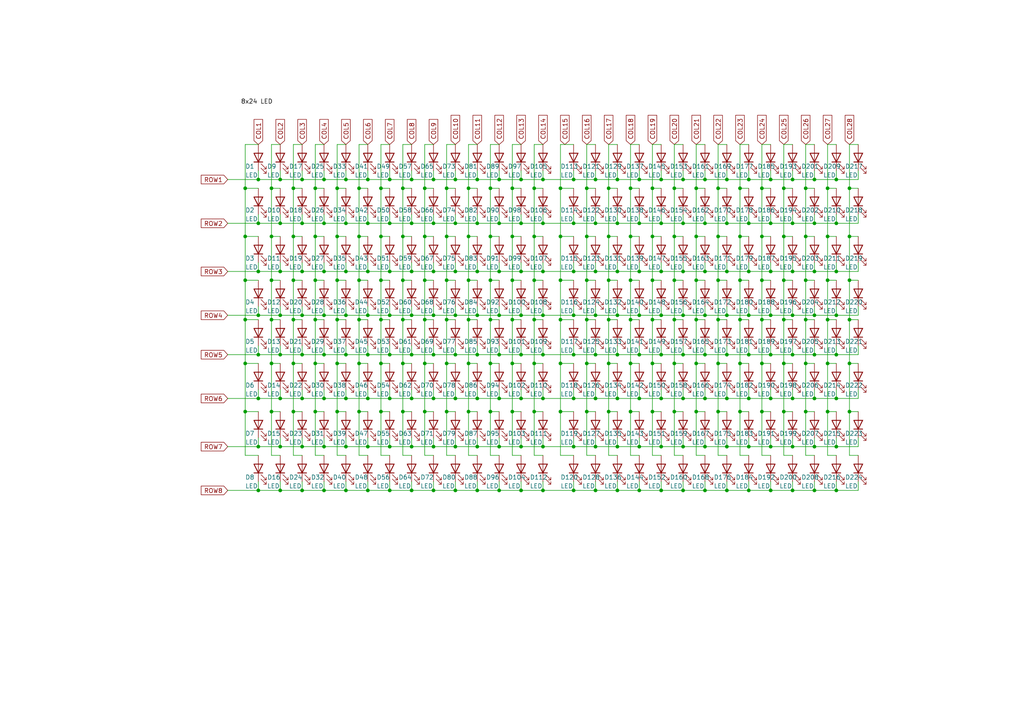
<source format=kicad_sch>
(kicad_sch (version 20211123) (generator eeschema)
  (paper "A4")
  (lib_symbols
    (symbol "Device:LED" (pin_numbers hide) (pin_names (offset 1.016) hide)
      (property "Reference" "D" (at 0 2.54 0))
      (property "Value" "LED" (at 0 -2.54 0))
      (symbol "LED_1_1"
        (pin passive line (at -3.81 0 0) (length 2.54) (name "K") (number "1"))
        (pin passive line (at 3.81 0 180) (length 2.54) (name "A") (number "2"))
      )
    )
  )
  (junction (at 195.58 119.38))
  (junction (at 123.19 54.61))
  (junction (at 179.07 91.44))
  (junction (at 229.87 129.54))
  (junction (at 144.78 115.57))
  (junction (at 220.98 81.28))
  (junction (at 242.57 91.44))
  (junction (at 191.77 52.07))
  (junction (at 104.14 119.38))
  (junction (at 113.03 78.74))
  (junction (at 198.12 115.57))
  (junction (at 176.53 68.58))
  (junction (at 229.87 102.87))
  (junction (at 144.78 102.87))
  (junction (at 227.33 54.61))
  (junction (at 129.54 54.61))
  (junction (at 100.33 52.07))
  (junction (at 154.94 54.61))
  (junction (at 246.38 92.71))
  (junction (at 132.08 64.77))
  (junction (at 204.47 115.57))
  (junction (at 132.08 102.87))
  (junction (at 78.74 68.58))
  (junction (at 170.18 54.61))
  (junction (at 208.28 54.61))
  (junction (at 208.28 92.71))
  (junction (at 172.72 115.57))
  (junction (at 144.78 78.74))
  (junction (at 170.18 68.58))
  (junction (at 74.93 64.77))
  (junction (at 236.22 115.57))
  (junction (at 93.98 78.74))
  (junction (at 119.38 91.44))
  (junction (at 104.14 54.61))
  (junction (at 172.72 78.74))
  (junction (at 132.08 129.54))
  (junction (at 229.87 52.07))
  (junction (at 208.28 119.38))
  (junction (at 97.79 92.71))
  (junction (at 91.44 68.58))
  (junction (at 182.88 81.28))
  (junction (at 162.56 68.58))
  (junction (at 74.93 91.44))
  (junction (at 204.47 129.54))
  (junction (at 154.94 81.28))
  (junction (at 74.93 129.54))
  (junction (at 87.63 115.57))
  (junction (at 201.93 81.28))
  (junction (at 85.09 81.28))
  (junction (at 119.38 52.07))
  (junction (at 104.14 105.41))
  (junction (at 119.38 78.74))
  (junction (at 71.12 119.38))
  (junction (at 201.93 105.41))
  (junction (at 217.17 52.07))
  (junction (at 97.79 68.58))
  (junction (at 151.13 64.77))
  (junction (at 185.42 52.07))
  (junction (at 217.17 115.57))
  (junction (at 71.12 92.71))
  (junction (at 119.38 142.24))
  (junction (at 227.33 68.58))
  (junction (at 97.79 119.38))
  (junction (at 154.94 105.41))
  (junction (at 125.73 64.77))
  (junction (at 138.43 91.44))
  (junction (at 214.63 92.71))
  (junction (at 119.38 64.77))
  (junction (at 132.08 142.24))
  (junction (at 106.68 102.87))
  (junction (at 179.07 64.77))
  (junction (at 233.68 54.61))
  (junction (at 135.89 54.61))
  (junction (at 191.77 129.54))
  (junction (at 223.52 64.77))
  (junction (at 74.93 102.87))
  (junction (at 176.53 105.41))
  (junction (at 93.98 52.07))
  (junction (at 214.63 54.61))
  (junction (at 195.58 54.61))
  (junction (at 148.59 92.71))
  (junction (at 125.73 78.74))
  (junction (at 236.22 64.77))
  (junction (at 210.82 64.77))
  (junction (at 113.03 52.07))
  (junction (at 210.82 102.87))
  (junction (at 157.48 142.24))
  (junction (at 154.94 92.71))
  (junction (at 172.72 142.24))
  (junction (at 106.68 115.57))
  (junction (at 71.12 54.61))
  (junction (at 185.42 78.74))
  (junction (at 214.63 119.38))
  (junction (at 179.07 52.07))
  (junction (at 100.33 102.87))
  (junction (at 223.52 91.44))
  (junction (at 100.33 64.77))
  (junction (at 142.24 105.41))
  (junction (at 198.12 129.54))
  (junction (at 85.09 92.71))
  (junction (at 240.03 119.38))
  (junction (at 135.89 92.71))
  (junction (at 87.63 129.54))
  (junction (at 182.88 68.58))
  (junction (at 135.89 105.41))
  (junction (at 176.53 92.71))
  (junction (at 236.22 91.44))
  (junction (at 182.88 92.71))
  (junction (at 223.52 129.54))
  (junction (at 208.28 105.41))
  (junction (at 116.84 68.58))
  (junction (at 191.77 78.74))
  (junction (at 229.87 78.74))
  (junction (at 142.24 68.58))
  (junction (at 246.38 119.38))
  (junction (at 191.77 64.77))
  (junction (at 91.44 105.41))
  (junction (at 113.03 115.57))
  (junction (at 151.13 129.54))
  (junction (at 166.37 129.54))
  (junction (at 87.63 142.24))
  (junction (at 81.28 78.74))
  (junction (at 110.49 68.58))
  (junction (at 110.49 81.28))
  (junction (at 166.37 115.57))
  (junction (at 85.09 105.41))
  (junction (at 195.58 105.41))
  (junction (at 157.48 64.77))
  (junction (at 233.68 68.58))
  (junction (at 189.23 105.41))
  (junction (at 179.07 142.24))
  (junction (at 93.98 142.24))
  (junction (at 81.28 64.77))
  (junction (at 106.68 91.44))
  (junction (at 125.73 102.87))
  (junction (at 87.63 91.44))
  (junction (at 74.93 115.57))
  (junction (at 138.43 78.74))
  (junction (at 182.88 105.41))
  (junction (at 93.98 64.77))
  (junction (at 162.56 105.41))
  (junction (at 85.09 54.61))
  (junction (at 132.08 78.74))
  (junction (at 176.53 54.61))
  (junction (at 100.33 78.74))
  (junction (at 157.48 91.44))
  (junction (at 240.03 54.61))
  (junction (at 185.42 129.54))
  (junction (at 157.48 102.87))
  (junction (at 223.52 115.57))
  (junction (at 106.68 52.07))
  (junction (at 172.72 129.54))
  (junction (at 85.09 68.58))
  (junction (at 106.68 78.74))
  (junction (at 93.98 91.44))
  (junction (at 198.12 142.24))
  (junction (at 242.57 78.74))
  (junction (at 195.58 81.28))
  (junction (at 129.54 105.41))
  (junction (at 229.87 115.57))
  (junction (at 227.33 105.41))
  (junction (at 220.98 54.61))
  (junction (at 106.68 129.54))
  (junction (at 116.84 54.61))
  (junction (at 138.43 142.24))
  (junction (at 113.03 142.24))
  (junction (at 110.49 105.41))
  (junction (at 144.78 129.54))
  (junction (at 91.44 119.38))
  (junction (at 189.23 119.38))
  (junction (at 242.57 129.54))
  (junction (at 87.63 52.07))
  (junction (at 166.37 78.74))
  (junction (at 242.57 142.24))
  (junction (at 78.74 105.41))
  (junction (at 179.07 115.57))
  (junction (at 100.33 115.57))
  (junction (at 113.03 102.87))
  (junction (at 113.03 91.44))
  (junction (at 217.17 91.44))
  (junction (at 138.43 129.54))
  (junction (at 116.84 92.71))
  (junction (at 74.93 78.74))
  (junction (at 162.56 81.28))
  (junction (at 129.54 81.28))
  (junction (at 104.14 81.28))
  (junction (at 166.37 64.77))
  (junction (at 78.74 119.38))
  (junction (at 104.14 68.58))
  (junction (at 157.48 129.54))
  (junction (at 71.12 81.28))
  (junction (at 78.74 54.61))
  (junction (at 100.33 91.44))
  (junction (at 242.57 115.57))
  (junction (at 233.68 92.71))
  (junction (at 106.68 64.77))
  (junction (at 148.59 54.61))
  (junction (at 217.17 64.77))
  (junction (at 106.68 142.24))
  (junction (at 125.73 91.44))
  (junction (at 100.33 142.24))
  (junction (at 204.47 91.44))
  (junction (at 151.13 78.74))
  (junction (at 78.74 92.71))
  (junction (at 210.82 142.24))
  (junction (at 93.98 115.57))
  (junction (at 210.82 115.57))
  (junction (at 223.52 52.07))
  (junction (at 166.37 91.44))
  (junction (at 148.59 81.28))
  (junction (at 210.82 91.44))
  (junction (at 227.33 81.28))
  (junction (at 166.37 142.24))
  (junction (at 81.28 91.44))
  (junction (at 172.72 52.07))
  (junction (at 157.48 78.74))
  (junction (at 185.42 115.57))
  (junction (at 220.98 119.38))
  (junction (at 148.59 68.58))
  (junction (at 185.42 91.44))
  (junction (at 154.94 119.38))
  (junction (at 233.68 119.38))
  (junction (at 233.68 81.28))
  (junction (at 201.93 54.61))
  (junction (at 201.93 92.71))
  (junction (at 210.82 129.54))
  (junction (at 113.03 129.54))
  (junction (at 201.93 68.58))
  (junction (at 81.28 142.24))
  (junction (at 81.28 102.87))
  (junction (at 172.72 102.87))
  (junction (at 74.93 142.24))
  (junction (at 240.03 68.58))
  (junction (at 204.47 52.07))
  (junction (at 236.22 52.07))
  (junction (at 138.43 102.87))
  (junction (at 119.38 129.54))
  (junction (at 227.33 92.71))
  (junction (at 119.38 102.87))
  (junction (at 135.89 119.38))
  (junction (at 91.44 92.71))
  (junction (at 172.72 64.77))
  (junction (at 116.84 81.28))
  (junction (at 182.88 119.38))
  (junction (at 91.44 81.28))
  (junction (at 151.13 91.44))
  (junction (at 125.73 142.24))
  (junction (at 170.18 92.71))
  (junction (at 229.87 64.77))
  (junction (at 100.33 129.54))
  (junction (at 154.94 68.58))
  (junction (at 214.63 105.41))
  (junction (at 204.47 142.24))
  (junction (at 142.24 54.61))
  (junction (at 170.18 105.41))
  (junction (at 123.19 68.58))
  (junction (at 142.24 81.28))
  (junction (at 93.98 102.87))
  (junction (at 204.47 102.87))
  (junction (at 74.93 52.07))
  (junction (at 148.59 105.41))
  (junction (at 170.18 119.38))
  (junction (at 217.17 102.87))
  (junction (at 185.42 102.87))
  (junction (at 182.88 54.61))
  (junction (at 191.77 115.57))
  (junction (at 236.22 129.54))
  (junction (at 170.18 81.28))
  (junction (at 208.28 81.28))
  (junction (at 81.28 115.57))
  (junction (at 162.56 92.71))
  (junction (at 125.73 129.54))
  (junction (at 129.54 92.71))
  (junction (at 208.28 68.58))
  (junction (at 87.63 78.74))
  (junction (at 110.49 119.38))
  (junction (at 185.42 64.77))
  (junction (at 214.63 68.58))
  (junction (at 166.37 52.07))
  (junction (at 151.13 142.24))
  (junction (at 144.78 142.24))
  (junction (at 81.28 129.54))
  (junction (at 198.12 102.87))
  (junction (at 129.54 68.58))
  (junction (at 195.58 68.58))
  (junction (at 119.38 115.57))
  (junction (at 191.77 142.24))
  (junction (at 151.13 102.87))
  (junction (at 189.23 68.58))
  (junction (at 236.22 142.24))
  (junction (at 189.23 54.61))
  (junction (at 166.37 102.87))
  (junction (at 236.22 78.74))
  (junction (at 97.79 54.61))
  (junction (at 236.22 102.87))
  (junction (at 220.98 105.41))
  (junction (at 78.74 81.28))
  (junction (at 179.07 102.87))
  (junction (at 246.38 81.28))
  (junction (at 189.23 81.28))
  (junction (at 151.13 52.07))
  (junction (at 242.57 64.77))
  (junction (at 125.73 115.57))
  (junction (at 189.23 92.71))
  (junction (at 223.52 102.87))
  (junction (at 223.52 78.74))
  (junction (at 104.14 92.71))
  (junction (at 223.52 142.24))
  (junction (at 85.09 119.38))
  (junction (at 210.82 52.07))
  (junction (at 242.57 102.87))
  (junction (at 191.77 102.87))
  (junction (at 185.42 142.24))
  (junction (at 229.87 142.24))
  (junction (at 204.47 64.77))
  (junction (at 123.19 81.28))
  (junction (at 142.24 119.38))
  (junction (at 246.38 68.58))
  (junction (at 142.24 92.71))
  (junction (at 217.17 129.54))
  (junction (at 229.87 91.44))
  (junction (at 91.44 54.61))
  (junction (at 87.63 102.87))
  (junction (at 144.78 64.77))
  (junction (at 179.07 78.74))
  (junction (at 204.47 78.74))
  (junction (at 93.98 129.54))
  (junction (at 135.89 68.58))
  (junction (at 220.98 92.71))
  (junction (at 195.58 92.71))
  (junction (at 198.12 91.44))
  (junction (at 129.54 119.38))
  (junction (at 132.08 115.57))
  (junction (at 198.12 52.07))
  (junction (at 110.49 54.61))
  (junction (at 123.19 105.41))
  (junction (at 123.19 119.38))
  (junction (at 71.12 68.58))
  (junction (at 240.03 105.41))
  (junction (at 246.38 54.61))
  (junction (at 162.56 54.61))
  (junction (at 240.03 81.28))
  (junction (at 138.43 52.07))
  (junction (at 110.49 92.71))
  (junction (at 157.48 52.07))
  (junction (at 217.17 78.74))
  (junction (at 116.84 119.38))
  (junction (at 132.08 52.07))
  (junction (at 191.77 91.44))
  (junction (at 138.43 64.77))
  (junction (at 132.08 91.44))
  (junction (at 176.53 81.28))
  (junction (at 151.13 115.57))
  (junction (at 172.72 91.44))
  (junction (at 116.84 105.41))
  (junction (at 240.03 92.71))
  (junction (at 81.28 52.07))
  (junction (at 97.79 81.28))
  (junction (at 227.33 119.38))
  (junction (at 198.12 64.77))
  (junction (at 176.53 119.38))
  (junction (at 217.17 142.24))
  (junction (at 246.38 105.41))
  (junction (at 214.63 81.28))
  (junction (at 123.19 92.71))
  (junction (at 144.78 91.44))
  (junction (at 220.98 68.58))
  (junction (at 113.03 64.77))
  (junction (at 138.43 115.57))
  (junction (at 157.48 115.57))
  (junction (at 242.57 52.07))
  (junction (at 87.63 64.77))
  (junction (at 97.79 105.41))
  (junction (at 125.73 52.07))
  (junction (at 198.12 78.74))
  (junction (at 144.78 52.07))
  (junction (at 148.59 119.38))
  (junction (at 201.93 119.38))
  (junction (at 210.82 78.74))
  (junction (at 179.07 129.54))
  (junction (at 162.56 119.38))
  (junction (at 135.89 81.28))
  (junction (at 71.12 105.41))
  (junction (at 233.68 105.41))
  (wire (pts (xy 162.56 105.41) (xy 162.56 92.71)))
  (wire (pts (xy 110.49 92.71) (xy 110.49 81.28)))
  (wire (pts (xy 119.38 78.74) (xy 125.73 78.74)))
  (wire (pts (xy 142.24 68.58) (xy 144.78 68.58)))
  (wire (pts (xy 132.08 76.2) (xy 132.08 78.74)))
  (wire (pts (xy 78.74 54.61) (xy 78.74 41.91)))
  (wire (pts (xy 217.17 64.77) (xy 217.17 62.23)))
  (wire (pts (xy 151.13 115.57) (xy 157.48 115.57)))
  (wire (pts (xy 132.08 100.33) (xy 132.08 102.87)))
  (wire (pts (xy 125.73 132.08) (xy 123.19 132.08)))
  (wire (pts (xy 182.88 68.58) (xy 185.42 68.58)))
  (wire (pts (xy 157.48 100.33) (xy 157.48 102.87)))
  (wire (pts (xy 97.79 41.91) (xy 100.33 41.91)))
  (wire (pts (xy 246.38 68.58) (xy 248.92 68.58)))
  (wire (pts (xy 100.33 102.87) (xy 106.68 102.87)))
  (wire (pts (xy 144.78 91.44) (xy 144.78 88.9)))
  (wire (pts (xy 172.72 76.2) (xy 172.72 78.74)))
  (wire (pts (xy 157.48 115.57) (xy 166.37 115.57)))
  (wire (pts (xy 204.47 91.44) (xy 210.82 91.44)))
  (wire (pts (xy 144.78 132.08) (xy 142.24 132.08)))
  (wire (pts (xy 97.79 105.41) (xy 100.33 105.41)))
  (wire (pts (xy 166.37 115.57) (xy 166.37 113.03)))
  (wire (pts (xy 220.98 81.28) (xy 220.98 92.71)))
  (wire (pts (xy 157.48 142.24) (xy 157.48 139.7)))
  (wire (pts (xy 201.93 54.61) (xy 204.47 54.61)))
  (wire (pts (xy 93.98 64.77) (xy 93.98 62.23)))
  (wire (pts (xy 97.79 119.38) (xy 100.33 119.38)))
  (wire (pts (xy 172.72 115.57) (xy 172.72 113.03)))
  (wire (pts (xy 71.12 105.41) (xy 71.12 92.71)))
  (wire (pts (xy 100.33 76.2) (xy 100.33 78.74)))
  (wire (pts (xy 236.22 115.57) (xy 242.57 115.57)))
  (wire (pts (xy 66.04 115.57) (xy 74.93 115.57)))
  (wire (pts (xy 201.93 68.58) (xy 201.93 54.61)))
  (wire (pts (xy 144.78 129.54) (xy 151.13 129.54)))
  (wire (pts (xy 91.44 81.28) (xy 91.44 68.58)))
  (wire (pts (xy 116.84 54.61) (xy 116.84 68.58)))
  (wire (pts (xy 210.82 64.77) (xy 210.82 62.23)))
  (wire (pts (xy 74.93 91.44) (xy 74.93 88.9)))
  (wire (pts (xy 116.84 81.28) (xy 119.38 81.28)))
  (wire (pts (xy 162.56 54.61) (xy 162.56 41.91)))
  (wire (pts (xy 74.93 142.24) (xy 81.28 142.24)))
  (wire (pts (xy 87.63 76.2) (xy 87.63 78.74)))
  (wire (pts (xy 170.18 92.71) (xy 172.72 92.71)))
  (wire (pts (xy 142.24 119.38) (xy 142.24 105.41)))
  (wire (pts (xy 236.22 132.08) (xy 233.68 132.08)))
  (wire (pts (xy 87.63 64.77) (xy 87.63 62.23)))
  (wire (pts (xy 198.12 64.77) (xy 204.47 64.77)))
  (wire (pts (xy 132.08 52.07) (xy 138.43 52.07)))
  (wire (pts (xy 240.03 54.61) (xy 240.03 68.58)))
  (wire (pts (xy 110.49 119.38) (xy 110.49 105.41)))
  (wire (pts (xy 198.12 127) (xy 198.12 129.54)))
  (wire (pts (xy 138.43 132.08) (xy 135.89 132.08)))
  (wire (pts (xy 87.63 127) (xy 87.63 129.54)))
  (wire (pts (xy 185.42 142.24) (xy 185.42 139.7)))
  (wire (pts (xy 123.19 41.91) (xy 125.73 41.91)))
  (wire (pts (xy 74.93 64.77) (xy 81.28 64.77)))
  (wire (pts (xy 123.19 105.41) (xy 125.73 105.41)))
  (wire (pts (xy 176.53 81.28) (xy 176.53 68.58)))
  (wire (pts (xy 182.88 41.91) (xy 185.42 41.91)))
  (wire (pts (xy 135.89 92.71) (xy 135.89 81.28)))
  (wire (pts (xy 189.23 68.58) (xy 189.23 54.61)))
  (wire (pts (xy 123.19 119.38) (xy 123.19 105.41)))
  (wire (pts (xy 125.73 115.57) (xy 125.73 113.03)))
  (wire (pts (xy 191.77 64.77) (xy 191.77 62.23)))
  (wire (pts (xy 91.44 105.41) (xy 91.44 92.71)))
  (wire (pts (xy 132.08 64.77) (xy 132.08 62.23)))
  (wire (pts (xy 233.68 105.41) (xy 233.68 92.71)))
  (wire (pts (xy 179.07 142.24) (xy 185.42 142.24)))
  (wire (pts (xy 198.12 100.33) (xy 198.12 102.87)))
  (wire (pts (xy 119.38 100.33) (xy 119.38 102.87)))
  (wire (pts (xy 129.54 54.61) (xy 132.08 54.61)))
  (wire (pts (xy 78.74 132.08) (xy 78.74 119.38)))
  (wire (pts (xy 135.89 81.28) (xy 138.43 81.28)))
  (wire (pts (xy 185.42 91.44) (xy 185.42 88.9)))
  (wire (pts (xy 119.38 41.91) (xy 116.84 41.91)))
  (wire (pts (xy 110.49 105.41) (xy 113.03 105.41)))
  (wire (pts (xy 176.53 92.71) (xy 179.07 92.71)))
  (wire (pts (xy 204.47 102.87) (xy 210.82 102.87)))
  (wire (pts (xy 210.82 49.53) (xy 210.82 52.07)))
  (wire (pts (xy 223.52 115.57) (xy 223.52 113.03)))
  (wire (pts (xy 204.47 142.24) (xy 204.47 139.7)))
  (wire (pts (xy 148.59 119.38) (xy 148.59 132.08)))
  (wire (pts (xy 123.19 92.71) (xy 123.19 81.28)))
  (wire (pts (xy 125.73 142.24) (xy 125.73 139.7)))
  (wire (pts (xy 116.84 68.58) (xy 119.38 68.58)))
  (wire (pts (xy 179.07 52.07) (xy 185.42 52.07)))
  (wire (pts (xy 223.52 100.33) (xy 223.52 102.87)))
  (wire (pts (xy 166.37 49.53) (xy 166.37 52.07)))
  (wire (pts (xy 223.52 76.2) (xy 223.52 78.74)))
  (wire (pts (xy 242.57 49.53) (xy 242.57 52.07)))
  (wire (pts (xy 125.73 49.53) (xy 125.73 52.07)))
  (wire (pts (xy 87.63 142.24) (xy 87.63 139.7)))
  (wire (pts (xy 129.54 81.28) (xy 132.08 81.28)))
  (wire (pts (xy 170.18 105.41) (xy 172.72 105.41)))
  (wire (pts (xy 233.68 81.28) (xy 233.68 68.58)))
  (wire (pts (xy 97.79 68.58) (xy 100.33 68.58)))
  (wire (pts (xy 93.98 129.54) (xy 100.33 129.54)))
  (wire (pts (xy 162.56 81.28) (xy 166.37 81.28)))
  (wire (pts (xy 195.58 68.58) (xy 195.58 54.61)))
  (wire (pts (xy 154.94 54.61) (xy 154.94 68.58)))
  (wire (pts (xy 81.28 64.77) (xy 81.28 62.23)))
  (wire (pts (xy 182.88 119.38) (xy 182.88 105.41)))
  (wire (pts (xy 240.03 81.28) (xy 240.03 92.71)))
  (wire (pts (xy 191.77 76.2) (xy 191.77 78.74)))
  (wire (pts (xy 246.38 105.41) (xy 246.38 119.38)))
  (wire (pts (xy 106.68 142.24) (xy 106.68 139.7)))
  (wire (pts (xy 100.33 127) (xy 100.33 129.54)))
  (wire (pts (xy 132.08 115.57) (xy 138.43 115.57)))
  (wire (pts (xy 142.24 105.41) (xy 142.24 92.71)))
  (wire (pts (xy 185.42 115.57) (xy 191.77 115.57)))
  (wire (pts (xy 176.53 132.08) (xy 176.53 119.38)))
  (wire (pts (xy 144.78 76.2) (xy 144.78 78.74)))
  (wire (pts (xy 129.54 92.71) (xy 132.08 92.71)))
  (wire (pts (xy 91.44 105.41) (xy 93.98 105.41)))
  (wire (pts (xy 125.73 64.77) (xy 125.73 62.23)))
  (wire (pts (xy 113.03 78.74) (xy 119.38 78.74)))
  (wire (pts (xy 91.44 119.38) (xy 91.44 105.41)))
  (wire (pts (xy 233.68 119.38) (xy 236.22 119.38)))
  (wire (pts (xy 185.42 76.2) (xy 185.42 78.74)))
  (wire (pts (xy 208.28 105.41) (xy 210.82 105.41)))
  (wire (pts (xy 236.22 64.77) (xy 242.57 64.77)))
  (wire (pts (xy 116.84 119.38) (xy 116.84 105.41)))
  (wire (pts (xy 229.87 76.2) (xy 229.87 78.74)))
  (wire (pts (xy 71.12 132.08) (xy 71.12 119.38)))
  (wire (pts (xy 214.63 105.41) (xy 214.63 92.71)))
  (wire (pts (xy 66.04 102.87) (xy 74.93 102.87)))
  (wire (pts (xy 157.48 127) (xy 157.48 129.54)))
  (wire (pts (xy 157.48 76.2) (xy 157.48 78.74)))
  (wire (pts (xy 248.92 142.24) (xy 248.92 139.7)))
  (wire (pts (xy 135.89 105.41) (xy 135.89 92.71)))
  (wire (pts (xy 195.58 68.58) (xy 198.12 68.58)))
  (wire (pts (xy 217.17 127) (xy 217.17 129.54)))
  (wire (pts (xy 110.49 54.61) (xy 113.03 54.61)))
  (wire (pts (xy 242.57 91.44) (xy 248.92 91.44)))
  (wire (pts (xy 81.28 49.53) (xy 81.28 52.07)))
  (wire (pts (xy 170.18 68.58) (xy 170.18 54.61)))
  (wire (pts (xy 191.77 142.24) (xy 198.12 142.24)))
  (wire (pts (xy 93.98 52.07) (xy 100.33 52.07)))
  (wire (pts (xy 210.82 127) (xy 210.82 129.54)))
  (wire (pts (xy 208.28 54.61) (xy 208.28 68.58)))
  (wire (pts (xy 85.09 54.61) (xy 85.09 41.91)))
  (wire (pts (xy 208.28 68.58) (xy 210.82 68.58)))
  (wire (pts (xy 104.14 68.58) (xy 106.68 68.58)))
  (wire (pts (xy 210.82 115.57) (xy 210.82 113.03)))
  (wire (pts (xy 179.07 49.53) (xy 179.07 52.07)))
  (wire (pts (xy 170.18 68.58) (xy 172.72 68.58)))
  (wire (pts (xy 195.58 41.91) (xy 198.12 41.91)))
  (wire (pts (xy 198.12 76.2) (xy 198.12 78.74)))
  (wire (pts (xy 100.33 49.53) (xy 100.33 52.07)))
  (wire (pts (xy 179.07 91.44) (xy 185.42 91.44)))
  (wire (pts (xy 236.22 78.74) (xy 242.57 78.74)))
  (wire (pts (xy 151.13 100.33) (xy 151.13 102.87)))
  (wire (pts (xy 93.98 142.24) (xy 93.98 139.7)))
  (wire (pts (xy 220.98 92.71) (xy 223.52 92.71)))
  (wire (pts (xy 240.03 105.41) (xy 240.03 119.38)))
  (wire (pts (xy 172.72 52.07) (xy 179.07 52.07)))
  (wire (pts (xy 189.23 119.38) (xy 189.23 105.41)))
  (wire (pts (xy 119.38 115.57) (xy 125.73 115.57)))
  (wire (pts (xy 87.63 132.08) (xy 85.09 132.08)))
  (wire (pts (xy 119.38 52.07) (xy 125.73 52.07)))
  (wire (pts (xy 123.19 92.71) (xy 125.73 92.71)))
  (wire (pts (xy 85.09 81.28) (xy 85.09 68.58)))
  (wire (pts (xy 248.92 41.91) (xy 246.38 41.91)))
  (wire (pts (xy 204.47 132.08) (xy 201.93 132.08)))
  (wire (pts (xy 100.33 115.57) (xy 106.68 115.57)))
  (wire (pts (xy 162.56 92.71) (xy 162.56 81.28)))
  (wire (pts (xy 110.49 92.71) (xy 113.03 92.71)))
  (wire (pts (xy 162.56 68.58) (xy 166.37 68.58)))
  (wire (pts (xy 210.82 115.57) (xy 217.17 115.57)))
  (wire (pts (xy 227.33 54.61) (xy 227.33 41.91)))
  (wire (pts (xy 100.33 142.24) (xy 106.68 142.24)))
  (wire (pts (xy 87.63 129.54) (xy 93.98 129.54)))
  (wire (pts (xy 157.48 49.53) (xy 157.48 52.07)))
  (wire (pts (xy 214.63 41.91) (xy 217.17 41.91)))
  (wire (pts (xy 246.38 81.28) (xy 246.38 92.71)))
  (wire (pts (xy 81.28 132.08) (xy 78.74 132.08)))
  (wire (pts (xy 189.23 41.91) (xy 191.77 41.91)))
  (wire (pts (xy 144.78 142.24) (xy 151.13 142.24)))
  (wire (pts (xy 208.28 92.71) (xy 210.82 92.71)))
  (wire (pts (xy 166.37 64.77) (xy 172.72 64.77)))
  (wire (pts (xy 217.17 76.2) (xy 217.17 78.74)))
  (wire (pts (xy 113.03 49.53) (xy 113.03 52.07)))
  (wire (pts (xy 217.17 142.24) (xy 217.17 139.7)))
  (wire (pts (xy 217.17 49.53) (xy 217.17 52.07)))
  (wire (pts (xy 142.24 41.91) (xy 144.78 41.91)))
  (wire (pts (xy 66.04 78.74) (xy 74.93 78.74)))
  (wire (pts (xy 220.98 92.71) (xy 220.98 105.41)))
  (wire (pts (xy 248.92 49.53) (xy 248.92 52.07)))
  (wire (pts (xy 185.42 129.54) (xy 191.77 129.54)))
  (wire (pts (xy 110.49 105.41) (xy 110.49 92.71)))
  (wire (pts (xy 119.38 115.57) (xy 119.38 113.03)))
  (wire (pts (xy 116.84 81.28) (xy 116.84 68.58)))
  (wire (pts (xy 116.84 119.38) (xy 116.84 132.08)))
  (wire (pts (xy 236.22 49.53) (xy 236.22 52.07)))
  (wire (pts (xy 198.12 142.24) (xy 204.47 142.24)))
  (wire (pts (xy 85.09 81.28) (xy 87.63 81.28)))
  (wire (pts (xy 81.28 100.33) (xy 81.28 102.87)))
  (wire (pts (xy 220.98 41.91) (xy 220.98 54.61)))
  (wire (pts (xy 198.12 49.53) (xy 198.12 52.07)))
  (wire (pts (xy 195.58 105.41) (xy 195.58 92.71)))
  (wire (pts (xy 233.68 68.58) (xy 233.68 54.61)))
  (wire (pts (xy 93.98 64.77) (xy 100.33 64.77)))
  (wire (pts (xy 119.38 76.2) (xy 119.38 78.74)))
  (wire (pts (xy 236.22 102.87) (xy 242.57 102.87)))
  (wire (pts (xy 91.44 132.08) (xy 91.44 119.38)))
  (wire (pts (xy 97.79 92.71) (xy 100.33 92.71)))
  (wire (pts (xy 148.59 68.58) (xy 148.59 81.28)))
  (wire (pts (xy 100.33 129.54) (xy 106.68 129.54)))
  (wire (pts (xy 129.54 68.58) (xy 129.54 81.28)))
  (wire (pts (xy 227.33 68.58) (xy 227.33 54.61)))
  (wire (pts (xy 191.77 102.87) (xy 198.12 102.87)))
  (wire (pts (xy 166.37 129.54) (xy 172.72 129.54)))
  (wire (pts (xy 81.28 91.44) (xy 87.63 91.44)))
  (wire (pts (xy 157.48 129.54) (xy 166.37 129.54)))
  (wire (pts (xy 176.53 119.38) (xy 176.53 105.41)))
  (wire (pts (xy 182.88 68.58) (xy 182.88 54.61)))
  (wire (pts (xy 132.08 115.57) (xy 132.08 113.03)))
  (wire (pts (xy 104.14 92.71) (xy 106.68 92.71)))
  (wire (pts (xy 74.93 78.74) (xy 81.28 78.74)))
  (wire (pts (xy 170.18 119.38) (xy 170.18 105.41)))
  (wire (pts (xy 119.38 64.77) (xy 125.73 64.77)))
  (wire (pts (xy 185.42 52.07) (xy 191.77 52.07)))
  (wire (pts (xy 104.14 119.38) (xy 106.68 119.38)))
  (wire (pts (xy 78.74 119.38) (xy 78.74 105.41)))
  (wire (pts (xy 189.23 119.38) (xy 191.77 119.38)))
  (wire (pts (xy 123.19 54.61) (xy 125.73 54.61)))
  (wire (pts (xy 125.73 64.77) (xy 132.08 64.77)))
  (wire (pts (xy 246.38 105.41) (xy 248.92 105.41)))
  (wire (pts (xy 97.79 105.41) (xy 97.79 92.71)))
  (wire (pts (xy 246.38 119.38) (xy 248.92 119.38)))
  (wire (pts (xy 229.87 129.54) (xy 236.22 129.54)))
  (wire (pts (xy 154.94 132.08) (xy 157.48 132.08)))
  (wire (pts (xy 154.94 68.58) (xy 154.94 81.28)))
  (wire (pts (xy 229.87 49.53) (xy 229.87 52.07)))
  (wire (pts (xy 85.09 119.38) (xy 87.63 119.38)))
  (wire (pts (xy 129.54 54.61) (xy 129.54 68.58)))
  (wire (pts (xy 246.38 68.58) (xy 246.38 81.28)))
  (wire (pts (xy 157.48 78.74) (xy 166.37 78.74)))
  (wire (pts (xy 144.78 52.07) (xy 151.13 52.07)))
  (wire (pts (xy 81.28 78.74) (xy 87.63 78.74)))
  (wire (pts (xy 125.73 91.44) (xy 132.08 91.44)))
  (wire (pts (xy 198.12 52.07) (xy 204.47 52.07)))
  (wire (pts (xy 74.93 91.44) (xy 81.28 91.44)))
  (wire (pts (xy 208.28 119.38) (xy 208.28 105.41)))
  (wire (pts (xy 129.54 105.41) (xy 132.08 105.41)))
  (wire (pts (xy 106.68 64.77) (xy 113.03 64.77)))
  (wire (pts (xy 210.82 91.44) (xy 217.17 91.44)))
  (wire (pts (xy 189.23 81.28) (xy 191.77 81.28)))
  (wire (pts (xy 100.33 91.44) (xy 106.68 91.44)))
  (wire (pts (xy 242.57 142.24) (xy 248.92 142.24)))
  (wire (pts (xy 66.04 52.07) (xy 74.93 52.07)))
  (wire (pts (xy 138.43 78.74) (xy 144.78 78.74)))
  (wire (pts (xy 157.48 41.91) (xy 154.94 41.91)))
  (wire (pts (xy 204.47 129.54) (xy 210.82 129.54)))
  (wire (pts (xy 242.57 127) (xy 242.57 129.54)))
  (wire (pts (xy 135.89 119.38) (xy 135.89 105.41)))
  (wire (pts (xy 185.42 91.44) (xy 191.77 91.44)))
  (wire (pts (xy 148.59 119.38) (xy 151.13 119.38)))
  (wire (pts (xy 106.68 115.57) (xy 106.68 113.03)))
  (wire (pts (xy 113.03 64.77) (xy 119.38 64.77)))
  (wire (pts (xy 201.93 54.61) (xy 201.93 41.91)))
  (wire (pts (xy 116.84 92.71) (xy 116.84 81.28)))
  (wire (pts (xy 119.38 142.24) (xy 125.73 142.24)))
  (wire (pts (xy 110.49 41.91) (xy 113.03 41.91)))
  (wire (pts (xy 214.63 68.58) (xy 217.17 68.58)))
  (wire (pts (xy 148.59 92.71) (xy 148.59 105.41)))
  (wire (pts (xy 248.92 64.77) (xy 248.92 62.23)))
  (wire (pts (xy 154.94 81.28) (xy 154.94 92.71)))
  (wire (pts (xy 113.03 115.57) (xy 119.38 115.57)))
  (wire (pts (xy 242.57 52.07) (xy 248.92 52.07)))
  (wire (pts (xy 176.53 105.41) (xy 179.07 105.41)))
  (wire (pts (xy 87.63 91.44) (xy 87.63 88.9)))
  (wire (pts (xy 189.23 54.61) (xy 191.77 54.61)))
  (wire (pts (xy 176.53 68.58) (xy 176.53 54.61)))
  (wire (pts (xy 106.68 115.57) (xy 113.03 115.57)))
  (wire (pts (xy 106.68 49.53) (xy 106.68 52.07)))
  (wire (pts (xy 236.22 91.44) (xy 242.57 91.44)))
  (wire (pts (xy 201.93 81.28) (xy 201.93 68.58)))
  (wire (pts (xy 208.28 119.38) (xy 208.28 132.08)))
  (wire (pts (xy 176.53 92.71) (xy 176.53 81.28)))
  (wire (pts (xy 246.38 81.28) (xy 248.92 81.28)))
  (wire (pts (xy 223.52 52.07) (xy 229.87 52.07)))
  (wire (pts (xy 104.14 41.91) (xy 106.68 41.91)))
  (wire (pts (xy 240.03 68.58) (xy 242.57 68.58)))
  (wire (pts (xy 138.43 49.53) (xy 138.43 52.07)))
  (wire (pts (xy 106.68 102.87) (xy 113.03 102.87)))
  (wire (pts (xy 132.08 64.77) (xy 138.43 64.77)))
  (wire (pts (xy 217.17 91.44) (xy 217.17 88.9)))
  (wire (pts (xy 227.33 92.71) (xy 227.33 81.28)))
  (wire (pts (xy 142.24 132.08) (xy 142.24 119.38)))
  (wire (pts (xy 91.44 41.91) (xy 93.98 41.91)))
  (wire (pts (xy 162.56 41.91) (xy 166.37 41.91)))
  (wire (pts (xy 106.68 78.74) (xy 113.03 78.74)))
  (wire (pts (xy 93.98 115.57) (xy 100.33 115.57)))
  (wire (pts (xy 204.47 115.57) (xy 210.82 115.57)))
  (wire (pts (xy 172.72 132.08) (xy 170.18 132.08)))
  (wire (pts (xy 157.48 102.87) (xy 166.37 102.87)))
  (wire (pts (xy 182.88 119.38) (xy 185.42 119.38)))
  (wire (pts (xy 151.13 49.53) (xy 151.13 52.07)))
  (wire (pts (xy 104.14 132.08) (xy 104.14 119.38)))
  (wire (pts (xy 166.37 102.87) (xy 172.72 102.87)))
  (wire (pts (xy 148.59 81.28) (xy 148.59 92.71)))
  (wire (pts (xy 240.03 132.08) (xy 242.57 132.08)))
  (wire (pts (xy 236.22 91.44) (xy 236.22 88.9)))
  (wire (pts (xy 227.33 41.91) (xy 229.87 41.91)))
  (wire (pts (xy 154.94 92.71) (xy 157.48 92.71)))
  (wire (pts (xy 210.82 41.91) (xy 208.28 41.91)))
  (wire (pts (xy 71.12 54.61) (xy 74.93 54.61)))
  (wire (pts (xy 138.43 115.57) (xy 138.43 113.03)))
  (wire (pts (xy 176.53 41.91) (xy 179.07 41.91)))
  (wire (pts (xy 191.77 115.57) (xy 198.12 115.57)))
  (wire (pts (xy 208.28 105.41) (xy 208.28 92.71)))
  (wire (pts (xy 66.04 64.77) (xy 74.93 64.77)))
  (wire (pts (xy 214.63 119.38) (xy 214.63 105.41)))
  (wire (pts (xy 229.87 102.87) (xy 236.22 102.87)))
  (wire (pts (xy 242.57 76.2) (xy 242.57 78.74)))
  (wire (pts (xy 182.88 81.28) (xy 182.88 68.58)))
  (wire (pts (xy 189.23 105.41) (xy 189.23 92.71)))
  (wire (pts (xy 166.37 76.2) (xy 166.37 78.74)))
  (wire (pts (xy 135.89 68.58) (xy 138.43 68.58)))
  (wire (pts (xy 162.56 119.38) (xy 162.56 105.41)))
  (wire (pts (xy 93.98 132.08) (xy 91.44 132.08)))
  (wire (pts (xy 236.22 142.24) (xy 236.22 139.7)))
  (wire (pts (xy 104.14 54.61) (xy 104.14 41.91)))
  (wire (pts (xy 166.37 64.77) (xy 166.37 62.23)))
  (wire (pts (xy 116.84 105.41) (xy 116.84 92.71)))
  (wire (pts (xy 210.82 142.24) (xy 217.17 142.24)))
  (wire (pts (xy 223.52 64.77) (xy 223.52 62.23)))
  (wire (pts (xy 170.18 119.38) (xy 172.72 119.38)))
  (wire (pts (xy 229.87 78.74) (xy 236.22 78.74)))
  (wire (pts (xy 91.44 92.71) (xy 91.44 81.28)))
  (wire (pts (xy 179.07 100.33) (xy 179.07 102.87)))
  (wire (pts (xy 223.52 127) (xy 223.52 129.54)))
  (wire (pts (xy 204.47 115.57) (xy 204.47 113.03)))
  (wire (pts (xy 176.53 54.61) (xy 179.07 54.61)))
  (wire (pts (xy 179.07 115.57) (xy 179.07 113.03)))
  (wire (pts (xy 148.59 92.71) (xy 151.13 92.71)))
  (wire (pts (xy 220.98 105.41) (xy 220.98 119.38)))
  (wire (pts (xy 227.33 92.71) (xy 229.87 92.71)))
  (wire (pts (xy 148.59 81.28) (xy 151.13 81.28)))
  (wire (pts (xy 204.47 64.77) (xy 204.47 62.23)))
  (wire (pts (xy 242.57 115.57) (xy 248.92 115.57)))
  (wire (pts (xy 227.33 132.08) (xy 227.33 119.38)))
  (wire (pts (xy 138.43 91.44) (xy 144.78 91.44)))
  (wire (pts (xy 198.12 142.24) (xy 198.12 139.7)))
  (wire (pts (xy 142.24 68.58) (xy 142.24 54.61)))
  (wire (pts (xy 246.38 92.71) (xy 248.92 92.71)))
  (wire (pts (xy 106.68 91.44) (xy 106.68 88.9)))
  (wire (pts (xy 214.63 132.08) (xy 214.63 119.38)))
  (wire (pts (xy 87.63 100.33) (xy 87.63 102.87)))
  (wire (pts (xy 233.68 68.58) (xy 236.22 68.58)))
  (wire (pts (xy 217.17 78.74) (xy 223.52 78.74)))
  (wire (pts (xy 113.03 132.08) (xy 110.49 132.08)))
  (wire (pts (xy 248.92 115.57) (xy 248.92 113.03)))
  (wire (pts (xy 113.03 129.54) (xy 119.38 129.54)))
  (wire (pts (xy 240.03 92.71) (xy 240.03 105.41)))
  (wire (pts (xy 220.98 119.38) (xy 220.98 132.08)))
  (wire (pts (xy 166.37 142.24) (xy 172.72 142.24)))
  (wire (pts (xy 78.74 54.61) (xy 81.28 54.61)))
  (wire (pts (xy 71.12 119.38) (xy 71.12 105.41)))
  (wire (pts (xy 154.94 105.41) (xy 157.48 105.41)))
  (wire (pts (xy 227.33 105.41) (xy 227.33 92.71)))
  (wire (pts (xy 246.38 132.08) (xy 248.92 132.08)))
  (wire (pts (xy 233.68 132.08) (xy 233.68 119.38)))
  (wire (pts (xy 182.88 54.61) (xy 185.42 54.61)))
  (wire (pts (xy 242.57 78.74) (xy 248.92 78.74)))
  (wire (pts (xy 100.33 64.77) (xy 100.33 62.23)))
  (wire (pts (xy 132.08 91.44) (xy 132.08 88.9)))
  (wire (pts (xy 138.43 115.57) (xy 144.78 115.57)))
  (wire (pts (xy 191.77 64.77) (xy 198.12 64.77)))
  (wire (pts (xy 123.19 54.61) (xy 123.19 41.91)))
  (wire (pts (xy 223.52 142.24) (xy 223.52 139.7)))
  (wire (pts (xy 191.77 78.74) (xy 198.12 78.74)))
  (wire (pts (xy 201.93 92.71) (xy 201.93 81.28)))
  (wire (pts (xy 110.49 119.38) (xy 113.03 119.38)))
  (wire (pts (xy 135.89 132.08) (xy 135.89 119.38)))
  (wire (pts (xy 74.93 49.53) (xy 74.93 52.07)))
  (wire (pts (xy 151.13 127) (xy 151.13 129.54)))
  (wire (pts (xy 85.09 92.71) (xy 85.09 81.28)))
  (wire (pts (xy 170.18 81.28) (xy 170.18 68.58)))
  (wire (pts (xy 208.28 41.91) (xy 208.28 54.61)))
  (wire (pts (xy 132.08 127) (xy 132.08 129.54)))
  (wire (pts (xy 214.63 81.28) (xy 214.63 68.58)))
  (wire (pts (xy 144.78 115.57) (xy 144.78 113.03)))
  (wire (pts (xy 236.22 52.07) (xy 242.57 52.07)))
  (wire (pts (xy 220.98 54.61) (xy 220.98 68.58)))
  (wire (pts (xy 220.98 68.58) (xy 220.98 81.28)))
  (wire (pts (xy 185.42 115.57) (xy 185.42 113.03)))
  (wire (pts (xy 100.33 91.44) (xy 100.33 88.9)))
  (wire (pts (xy 97.79 81.28) (xy 97.79 68.58)))
  (wire (pts (xy 113.03 127) (xy 113.03 129.54)))
  (wire (pts (xy 157.48 115.57) (xy 157.48 113.03)))
  (wire (pts (xy 135.89 119.38) (xy 138.43 119.38)))
  (wire (pts (xy 113.03 64.77) (xy 113.03 62.23)))
  (wire (pts (xy 229.87 142.24) (xy 236.22 142.24)))
  (wire (pts (xy 217.17 115.57) (xy 223.52 115.57)))
  (wire (pts (xy 81.28 129.54) (xy 87.63 129.54)))
  (wire (pts (xy 240.03 119.38) (xy 242.57 119.38)))
  (wire (pts (xy 132.08 41.91) (xy 129.54 41.91)))
  (wire (pts (xy 179.07 127) (xy 179.07 129.54)))
  (wire (pts (xy 87.63 78.74) (xy 93.98 78.74)))
  (wire (pts (xy 104.14 68.58) (xy 104.14 54.61)))
  (wire (pts (xy 87.63 115.57) (xy 87.63 113.03)))
  (wire (pts (xy 123.19 68.58) (xy 123.19 54.61)))
  (wire (pts (xy 179.07 129.54) (xy 185.42 129.54)))
  (wire (pts (xy 87.63 142.24) (xy 93.98 142.24)))
  (wire (pts (xy 154.94 41.91) (xy 154.94 54.61)))
  (wire (pts (xy 93.98 78.74) (xy 100.33 78.74)))
  (wire (pts (xy 242.57 115.57) (xy 242.57 113.03)))
  (wire (pts (xy 204.47 64.77) (xy 210.82 64.77)))
  (wire (pts (xy 166.37 52.07) (xy 172.72 52.07)))
  (wire (pts (xy 223.52 102.87) (xy 229.87 102.87)))
  (wire (pts (xy 201.93 41.91) (xy 204.47 41.91)))
  (wire (pts (xy 220.98 132.08) (xy 223.52 132.08)))
  (wire (pts (xy 242.57 64.77) (xy 248.92 64.77)))
  (wire (pts (xy 170.18 54.61) (xy 172.72 54.61)))
  (wire (pts (xy 162.56 81.28) (xy 162.56 68.58)))
  (wire (pts (xy 229.87 64.77) (xy 236.22 64.77)))
  (wire (pts (xy 123.19 105.41) (xy 123.19 92.71)))
  (wire (pts (xy 236.22 115.57) (xy 236.22 113.03)))
  (wire (pts (xy 185.42 64.77) (xy 185.42 62.23)))
  (wire (pts (xy 172.72 100.33) (xy 172.72 102.87)))
  (wire (pts (xy 74.93 100.33) (xy 74.93 102.87)))
  (wire (pts (xy 246.38 92.71) (xy 246.38 105.41)))
  (wire (pts (xy 176.53 68.58) (xy 179.07 68.58)))
  (wire (pts (xy 198.12 91.44) (xy 204.47 91.44)))
  (wire (pts (xy 148.59 105.41) (xy 148.59 119.38)))
  (wire (pts (xy 172.72 64.77) (xy 179.07 64.77)))
  (wire (pts (xy 116.84 41.91) (xy 116.84 54.61)))
  (wire (pts (xy 157.48 52.07) (xy 166.37 52.07)))
  (wire (pts (xy 229.87 64.77) (xy 229.87 62.23)))
  (wire (pts (xy 123.19 81.28) (xy 125.73 81.28)))
  (wire (pts (xy 113.03 91.44) (xy 119.38 91.44)))
  (wire (pts (xy 85.09 132.08) (xy 85.09 119.38)))
  (wire (pts (xy 195.58 81.28) (xy 195.58 68.58)))
  (wire (pts (xy 125.73 52.07) (xy 132.08 52.07)))
  (wire (pts (xy 170.18 132.08) (xy 170.18 119.38)))
  (wire (pts (xy 91.44 92.71) (xy 93.98 92.71)))
  (wire (pts (xy 78.74 105.41) (xy 78.74 92.71)))
  (wire (pts (xy 100.33 115.57) (xy 100.33 113.03)))
  (wire (pts (xy 154.94 54.61) (xy 157.48 54.61)))
  (wire (pts (xy 204.47 142.24) (xy 210.82 142.24)))
  (wire (pts (xy 144.78 100.33) (xy 144.78 102.87)))
  (wire (pts (xy 87.63 102.87) (xy 93.98 102.87)))
  (wire (pts (xy 179.07 64.77) (xy 185.42 64.77)))
  (wire (pts (xy 236.22 64.77) (xy 236.22 62.23)))
  (wire (pts (xy 170.18 41.91) (xy 172.72 41.91)))
  (wire (pts (xy 154.94 119.38) (xy 157.48 119.38)))
  (wire (pts (xy 142.24 92.71) (xy 144.78 92.71)))
  (wire (pts (xy 236.22 76.2) (xy 236.22 78.74)))
  (wire (pts (xy 214.63 119.38) (xy 217.17 119.38)))
  (wire (pts (xy 191.77 91.44) (xy 198.12 91.44)))
  (wire (pts (xy 87.63 49.53) (xy 87.63 52.07)))
  (wire (pts (xy 144.78 64.77) (xy 151.13 64.77)))
  (wire (pts (xy 204.47 127) (xy 204.47 129.54)))
  (wire (pts (xy 191.77 132.08) (xy 189.23 132.08)))
  (wire (pts (xy 210.82 100.33) (xy 210.82 102.87)))
  (wire (pts (xy 148.59 68.58) (xy 151.13 68.58)))
  (wire (pts (xy 106.68 142.24) (xy 113.03 142.24)))
  (wire (pts (xy 189.23 132.08) (xy 189.23 119.38)))
  (wire (pts (xy 208.28 54.61) (xy 210.82 54.61)))
  (wire (pts (xy 116.84 92.71) (xy 119.38 92.71)))
  (wire (pts (xy 191.77 142.24) (xy 191.77 139.7)))
  (wire (pts (xy 246.38 41.91) (xy 246.38 54.61)))
  (wire (pts (xy 87.63 52.07) (xy 93.98 52.07)))
  (wire (pts (xy 195.58 81.28) (xy 198.12 81.28)))
  (wire (pts (xy 189.23 105.41) (xy 191.77 105.41)))
  (wire (pts (xy 142.24 81.28) (xy 142.24 68.58)))
  (wire (pts (xy 185.42 49.53) (xy 185.42 52.07)))
  (wire (pts (xy 157.48 64.77) (xy 157.48 62.23)))
  (wire (pts (xy 81.28 142.24) (xy 81.28 139.7)))
  (wire (pts (xy 154.94 92.71) (xy 154.94 105.41)))
  (wire (pts (xy 138.43 64.77) (xy 144.78 64.77)))
  (wire (pts (xy 179.07 142.24) (xy 179.07 139.7)))
  (wire (pts (xy 142.24 81.28) (xy 144.78 81.28)))
  (wire (pts (xy 116.84 54.61) (xy 119.38 54.61)))
  (wire (pts (xy 71.12 92.71) (xy 71.12 81.28)))
  (wire (pts (xy 166.37 100.33) (xy 166.37 102.87)))
  (wire (pts (xy 135.89 81.28) (xy 135.89 68.58)))
  (wire (pts (xy 151.13 41.91) (xy 148.59 41.91)))
  (wire (pts (xy 210.82 64.77) (xy 217.17 64.77)))
  (wire (pts (xy 172.72 142.24) (xy 179.07 142.24)))
  (wire (pts (xy 71.12 41.91) (xy 74.93 41.91)))
  (wire (pts (xy 240.03 119.38) (xy 240.03 132.08)))
  (wire (pts (xy 81.28 64.77) (xy 87.63 64.77)))
  (wire (pts (xy 129.54 119.38) (xy 132.08 119.38)))
  (wire (pts (xy 198.12 91.44) (xy 198.12 88.9)))
  (wire (pts (xy 191.77 49.53) (xy 191.77 52.07)))
  (wire (pts (xy 78.74 81.28) (xy 78.74 68.58)))
  (wire (pts (xy 104.14 81.28) (xy 106.68 81.28)))
  (wire (pts (xy 81.28 115.57) (xy 87.63 115.57)))
  (wire (pts (xy 144.78 127) (xy 144.78 129.54)))
  (wire (pts (xy 142.24 92.71) (xy 142.24 81.28)))
  (wire (pts (xy 217.17 129.54) (xy 223.52 129.54)))
  (wire (pts (xy 198.12 102.87) (xy 204.47 102.87)))
  (wire (pts (xy 138.43 127) (xy 138.43 129.54)))
  (wire (pts (xy 214.63 68.58) (xy 214.63 54.61)))
  (wire (pts (xy 217.17 64.77) (xy 223.52 64.77)))
  (wire (pts (xy 198.12 132.08) (xy 195.58 132.08)))
  (wire (pts (xy 116.84 105.41) (xy 119.38 105.41)))
  (wire (pts (xy 132.08 102.87) (xy 138.43 102.87)))
  (wire (pts (xy 229.87 91.44) (xy 229.87 88.9)))
  (wire (pts (xy 233.68 105.41) (xy 236.22 105.41)))
  (wire (pts (xy 85.09 68.58) (xy 85.09 54.61)))
  (wire (pts (xy 104.14 92.71) (xy 104.14 81.28)))
  (wire (pts (xy 198.12 129.54) (xy 204.47 129.54)))
  (wire (pts (xy 185.42 132.08) (xy 182.88 132.08)))
  (wire (pts (xy 223.52 91.44) (xy 229.87 91.44)))
  (wire (pts (xy 217.17 115.57) (xy 217.17 113.03)))
  (wire (pts (xy 236.22 127) (xy 236.22 129.54)))
  (wire (pts (xy 233.68 54.61) (xy 236.22 54.61)))
  (wire (pts (xy 106.68 76.2) (xy 106.68 78.74)))
  (wire (pts (xy 104.14 54.61) (xy 106.68 54.61)))
  (wire (pts (xy 172.72 91.44) (xy 179.07 91.44)))
  (wire (pts (xy 125.73 100.33) (xy 125.73 102.87)))
  (wire (pts (xy 229.87 115.57) (xy 229.87 113.03)))
  (wire (pts (xy 240.03 92.71) (xy 242.57 92.71)))
  (wire (pts (xy 191.77 52.07) (xy 198.12 52.07)))
  (wire (pts (xy 217.17 142.24) (xy 223.52 142.24)))
  (wire (pts (xy 242.57 142.24) (xy 242.57 139.7)))
  (wire (pts (xy 129.54 92.71) (xy 129.54 105.41)))
  (wire (pts (xy 217.17 52.07) (xy 223.52 52.07)))
  (wire (pts (xy 119.38 102.87) (xy 125.73 102.87)))
  (wire (pts (xy 189.23 54.61) (xy 189.23 41.91)))
  (wire (pts (xy 179.07 91.44) (xy 179.07 88.9)))
  (wire (pts (xy 138.43 76.2) (xy 138.43 78.74)))
  (wire (pts (xy 113.03 142.24) (xy 113.03 139.7)))
  (wire (pts (xy 240.03 105.41) (xy 242.57 105.41)))
  (wire (pts (xy 242.57 129.54) (xy 248.92 129.54)))
  (wire (pts (xy 214.63 54.61) (xy 214.63 41.91)))
  (wire (pts (xy 223.52 129.54) (xy 229.87 129.54)))
  (wire (pts (xy 154.94 81.28) (xy 157.48 81.28)))
  (wire (pts (xy 172.72 129.54) (xy 179.07 129.54)))
  (wire (pts (xy 191.77 129.54) (xy 198.12 129.54)))
  (wire (pts (xy 125.73 142.24) (xy 132.08 142.24)))
  (wire (pts (xy 195.58 105.41) (xy 198.12 105.41)))
  (wire (pts (xy 104.14 105.41) (xy 106.68 105.41)))
  (wire (pts (xy 229.87 115.57) (xy 236.22 115.57)))
  (wire (pts (xy 229.87 132.08) (xy 227.33 132.08)))
  (wire (pts (xy 179.07 132.08) (xy 176.53 132.08)))
  (wire (pts (xy 195.58 54.61) (xy 198.12 54.61)))
  (wire (pts (xy 151.13 115.57) (xy 151.13 113.03)))
  (wire (pts (xy 129.54 41.91) (xy 129.54 54.61)))
  (wire (pts (xy 138.43 142.24) (xy 144.78 142.24)))
  (wire (pts (xy 162.56 132.08) (xy 162.56 119.38)))
  (wire (pts (xy 132.08 91.44) (xy 138.43 91.44)))
  (wire (pts (xy 214.63 105.41) (xy 217.17 105.41)))
  (wire (pts (xy 123.19 68.58) (xy 125.73 68.58)))
  (wire (pts (xy 182.88 92.71) (xy 185.42 92.71)))
  (wire (pts (xy 71.12 119.38) (xy 74.93 119.38)))
  (wire (pts (xy 223.52 49.53) (xy 223.52 52.07)))
  (wire (pts (xy 132.08 49.53) (xy 132.08 52.07)))
  (wire (pts (xy 210.82 119.38) (xy 208.28 119.38)))
  (wire (pts (xy 144.78 64.77) (xy 144.78 62.23)))
  (wire (pts (xy 113.03 76.2) (xy 113.03 78.74)))
  (wire (pts (xy 198.12 64.77) (xy 198.12 62.23)))
  (wire (pts (xy 151.13 76.2) (xy 151.13 78.74)))
  (wire (pts (xy 166.37 132.08) (xy 162.56 132.08)))
  (wire (pts (xy 182.88 132.08) (xy 182.88 119.38)))
  (wire (pts (xy 110.49 81.28) (xy 110.49 68.58)))
  (wire (pts (xy 151.13 102.87) (xy 157.48 102.87)))
  (wire (pts (xy 74.93 115.57) (xy 74.93 113.03)))
  (wire (pts (xy 74.93 142.24) (xy 74.93 139.7)))
  (wire (pts (xy 125.73 129.54) (xy 132.08 129.54)))
  (wire (pts (xy 227.33 54.61) (xy 229.87 54.61)))
  (wire (pts (xy 201.93 92.71) (xy 204.47 92.71)))
  (wire (pts (xy 144.78 115.57) (xy 151.13 115.57)))
  (wire (pts (xy 166.37 91.44) (xy 172.72 91.44)))
  (wire (pts (xy 119.38 91.44) (xy 119.38 88.9)))
  (wire (pts (xy 179.07 76.2) (xy 179.07 78.74)))
  (wire (pts (xy 182.88 54.61) (xy 182.88 41.91)))
  (wire (pts (xy 138.43 52.07) (xy 144.78 52.07)))
  (wire (pts (xy 220.98 105.41) (xy 223.52 105.41)))
  (wire (pts (xy 91.44 68.58) (xy 93.98 68.58)))
  (wire (pts (xy 154.94 119.38) (xy 154.94 132.08)))
  (wire (pts (xy 246.38 54.61) (xy 246.38 68.58)))
  (wire (pts (xy 233.68 81.28) (xy 236.22 81.28)))
  (wire (pts (xy 138.43 102.87) (xy 144.78 102.87)))
  (wire (pts (xy 81.28 142.24) (xy 87.63 142.24)))
  (wire (pts (xy 91.44 119.38) (xy 93.98 119.38)))
  (wire (pts (xy 166.37 91.44) (xy 166.37 88.9)))
  (wire (pts (xy 170.18 92.71) (xy 170.18 81.28)))
  (wire (pts (xy 182.88 81.28) (xy 185.42 81.28)))
  (wire (pts (xy 151.13 64.77) (xy 151.13 62.23)))
  (wire (pts (xy 110.49 54.61) (xy 110.49 41.91)))
  (wire (pts (xy 151.13 64.77) (xy 157.48 64.77)))
  (wire (pts (xy 81.28 102.87) (xy 87.63 102.87)))
  (wire (pts (xy 78.74 81.28) (xy 81.28 81.28)))
  (wire (pts (xy 176.53 54.61) (xy 176.53 41.91)))
  (wire (pts (xy 71.12 105.41) (xy 74.93 105.41)))
  (wire (pts (xy 87.63 91.44) (xy 93.98 91.44)))
  (wire (pts (xy 142.24 119.38) (xy 144.78 119.38)))
  (wire (pts (xy 176.53 81.28) (xy 179.07 81.28)))
  (wire (pts (xy 97.79 81.28) (xy 100.33 81.28)))
  (wire (pts (xy 74.93 129.54) (xy 81.28 129.54)))
  (wire (pts (xy 248.92 91.44) (xy 248.92 88.9)))
  (wire (pts (xy 217.17 91.44) (xy 223.52 91.44)))
  (wire (pts (xy 135.89 54.61) (xy 138.43 54.61)))
  (wire (pts (xy 100.33 78.74) (xy 106.68 78.74)))
  (wire (pts (xy 204.47 78.74) (xy 210.82 78.74)))
  (wire (pts (xy 87.63 64.77) (xy 93.98 64.77)))
  (wire (pts (xy 66.04 91.44) (xy 74.93 91.44)))
  (wire (pts (xy 113.03 115.57) (xy 113.03 113.03)))
  (wire (pts (xy 106.68 132.08) (xy 104.14 132.08)))
  (wire (pts (xy 162.56 105.41) (xy 166.37 105.41)))
  (wire (pts (xy 157.48 142.24) (xy 166.37 142.24)))
  (wire (pts (xy 210.82 91.44) (xy 210.82 88.9)))
  (wire (pts (xy 157.48 91.44) (xy 157.48 88.9)))
  (wire (pts (xy 100.33 100.33) (xy 100.33 102.87)))
  (wire (pts (xy 195.58 92.71) (xy 198.12 92.71)))
  (wire (pts (xy 91.44 81.28) (xy 93.98 81.28)))
  (wire (pts (xy 78.74 68.58) (xy 81.28 68.58)))
  (wire (pts (xy 74.93 52.07) (xy 81.28 52.07)))
  (wire (pts (xy 93.98 76.2) (xy 93.98 78.74)))
  (wire (pts (xy 214.63 81.28) (xy 217.17 81.28)))
  (wire (pts (xy 210.82 52.07) (xy 217.17 52.07)))
  (wire (pts (xy 144.78 102.87) (xy 151.13 102.87)))
  (wire (pts (xy 217.17 132.08) (xy 214.63 132.08)))
  (wire (pts (xy 132.08 142.24) (xy 138.43 142.24)))
  (wire (pts (xy 248.92 76.2) (xy 248.92 78.74)))
  (wire (pts (xy 154.94 105.41) (xy 154.94 119.38)))
  (wire (pts (xy 236.22 129.54) (xy 242.57 129.54)))
  (wire (pts (xy 248.92 127) (xy 248.92 129.54)))
  (wire (pts (xy 233.68 41.91) (xy 236.22 41.91)))
  (wire (pts (xy 195.58 132.08) (xy 195.58 119.38)))
  (wire (pts (xy 81.28 115.57) (xy 81.28 113.03)))
  (wire (pts (xy 106.68 127) (xy 106.68 129.54)))
  (wire (pts (xy 229.87 52.07) (xy 236.22 52.07)))
  (wire (pts (xy 179.07 115.57) (xy 185.42 115.57)))
  (wire (pts (xy 210.82 76.2) (xy 210.82 78.74)))
  (wire (pts (xy 116.84 132.08) (xy 119.38 132.08)))
  (wire (pts (xy 214.63 54.61) (xy 217.17 54.61)))
  (wire (pts (xy 182.88 92.71) (xy 182.88 81.28)))
  (wire (pts (xy 93.98 91.44) (xy 100.33 91.44)))
  (wire (pts (xy 93.98 102.87) (xy 100.33 102.87)))
  (wire (pts (xy 132.08 142.24) (xy 132.08 139.7)))
  (wire (pts (xy 100.33 64.77) (xy 106.68 64.77)))
  (wire (pts (xy 157.48 64.77) (xy 166.37 64.77)))
  (wire (pts (xy 129.54 132.08) (xy 132.08 132.08)))
  (wire (pts (xy 93.98 115.57) (xy 93.98 113.03)))
  (wire (pts (xy 85.09 105.41) (xy 87.63 105.41)))
  (wire (pts (xy 208.28 81.28) (xy 208.28 68.58)))
  (wire (pts (xy 100.33 142.24) (xy 100.33 139.7)))
  (wire (pts (xy 204.47 100.33) (xy 204.47 102.87)))
  (wire (pts (xy 125.73 76.2) (xy 125.73 78.74)))
  (wire (pts (xy 223.52 78.74) (xy 229.87 78.74)))
  (wire (pts (xy 119.38 127) (xy 119.38 129.54)))
  (wire (pts (xy 210.82 102.87) (xy 217.17 102.87)))
  (wire (pts (xy 106.68 91.44) (xy 113.03 91.44)))
  (wire (pts (xy 125.73 127) (xy 125.73 129.54)))
  (wire (pts (xy 201.93 105.41) (xy 201.93 92.71)))
  (wire (pts (xy 132.08 129.54) (xy 138.43 129.54)))
  (wire (pts (xy 78.74 68.58) (xy 78.74 54.61)))
  (wire (pts (xy 106.68 64.77) (xy 106.68 62.23)))
  (wire (pts (xy 236.22 142.24) (xy 242.57 142.24)))
  (wire (pts (xy 85.09 54.61) (xy 87.63 54.61)))
  (wire (pts (xy 185.42 78.74) (xy 191.77 78.74)))
  (wire (pts (xy 242.57 64.77) (xy 242.57 62.23)))
  (wire (pts (xy 123.19 81.28) (xy 123.19 68.58)))
  (wire (pts (xy 223.52 41.91) (xy 220.98 41.91)))
  (wire (pts (xy 123.19 132.08) (xy 123.19 119.38)))
  (wire (pts (xy 144.78 49.53) (xy 144.78 52.07)))
  (wire (pts (xy 113.03 102.87) (xy 119.38 102.87)))
  (wire (pts (xy 148.59 54.61) (xy 151.13 54.61)))
  (wire (pts (xy 236.22 100.33) (xy 236.22 102.87)))
  (wire (pts (xy 125.73 102.87) (xy 132.08 102.87)))
  (wire (pts (xy 185.42 142.24) (xy 191.77 142.24)))
  (wire (pts (xy 125.73 78.74) (xy 132.08 78.74)))
  (wire (pts (xy 97.79 54.61) (xy 97.79 41.91)))
  (wire (pts (xy 148.59 54.61) (xy 148.59 68.58)))
  (wire (pts (xy 87.63 115.57) (xy 93.98 115.57)))
  (wire (pts (xy 138.43 129.54) (xy 144.78 129.54)))
  (wire (pts (xy 172.72 115.57) (xy 179.07 115.57)))
  (wire (pts (xy 242.57 91.44) (xy 242.57 88.9)))
  (wire (pts (xy 229.87 91.44) (xy 236.22 91.44)))
  (wire (pts (xy 223.52 115.57) (xy 229.87 115.57)))
  (wire (pts (xy 104.14 119.38) (xy 104.14 105.41)))
  (wire (pts (xy 242.57 102.87) (xy 248.92 102.87)))
  (wire (pts (xy 119.38 91.44) (xy 125.73 91.44)))
  (wire (pts (xy 242.57 100.33) (xy 242.57 102.87)))
  (wire (pts (xy 157.48 91.44) (xy 166.37 91.44)))
  (wire (pts (xy 240.03 41.91) (xy 240.03 54.61)))
  (wire (pts (xy 210.82 78.74) (xy 217.17 78.74)))
  (wire (pts (xy 119.38 64.77) (xy 119.38 62.23)))
  (wire (pts (xy 229.87 100.33) (xy 229.87 102.87)))
  (wire (pts (xy 85.09 41.91) (xy 87.63 41.91)))
  (wire (pts (xy 142.24 54.61) (xy 142.24 41.91)))
  (wire (pts (xy 78.74 41.91) (xy 81.28 41.91)))
  (wire (pts (xy 138.43 100.33) (xy 138.43 102.87)))
  (wire (pts (xy 170.18 54.61) (xy 170.18 41.91)))
  (wire (pts (xy 198.12 78.74) (xy 204.47 78.74)))
  (wire (pts (xy 233.68 54.61) (xy 233.68 41.91)))
  (wire (pts (xy 201.93 105.41) (xy 204.47 105.41)))
  (wire (pts (xy 104.14 105.41) (xy 104.14 92.71)))
  (wire (pts (xy 233.68 92.71) (xy 233.68 81.28)))
  (wire (pts (xy 246.38 54.61) (xy 248.92 54.61)))
  (wire (pts (xy 138.43 64.77) (xy 138.43 62.23)))
  (wire (pts (xy 66.04 129.54) (xy 74.93 129.54)))
  (wire (pts (xy 170.18 105.41) (xy 170.18 92.71)))
  (wire (pts (xy 151.13 91.44) (xy 151.13 88.9)))
  (wire (pts (xy 227.33 105.41) (xy 229.87 105.41)))
  (wire (pts (xy 172.72 127) (xy 172.72 129.54)))
  (wire (pts (xy 204.47 76.2) (xy 204.47 78.74)))
  (wire (pts (xy 162.56 54.61) (xy 166.37 54.61)))
  (wire (pts (xy 113.03 91.44) (xy 113.03 88.9)))
  (wire (pts (xy 78.74 92.71) (xy 78.74 81.28)))
  (wire (pts (xy 227.33 68.58) (xy 229.87 68.58)))
  (wire (pts (xy 113.03 100.33) (xy 113.03 102.87)))
  (wire (pts (xy 71.12 68.58) (xy 74.93 68.58)))
  (wire (pts (xy 210.82 142.24) (xy 210.82 139.7)))
  (wire (pts (xy 123.19 119.38) (xy 125.73 119.38)))
  (wire (pts (xy 97.79 68.58) (xy 97.79 54.61)))
  (wire (pts (xy 97.79 54.61) (xy 100.33 54.61)))
  (wire (pts (xy 195.58 54.61) (xy 195.58 41.91)))
  (wire (pts (xy 172.72 91.44) (xy 172.72 88.9)))
  (wire (pts (xy 208.28 132.08) (xy 210.82 132.08)))
  (wire (pts (xy 100.33 132.08) (xy 97.79 132.08)))
  (wire (pts (xy 81.28 76.2) (xy 81.28 78.74)))
  (wire (pts (xy 119.38 119.38) (xy 116.84 119.38)))
  (wire (pts (xy 204.47 49.53) (xy 204.47 52.07)))
  (wire (pts (xy 74.93 132.08) (xy 71.12 132.08)))
  (wire (pts (xy 227.33 119.38) (xy 227.33 105.41)))
  (wire (pts (xy 176.53 105.41) (xy 176.53 92.71)))
  (wire (pts (xy 81.28 52.07) (xy 87.63 52.07)))
  (wire (pts (xy 106.68 129.54) (xy 113.03 129.54)))
  (wire (pts (xy 220.98 81.28) (xy 223.52 81.28)))
  (wire (pts (xy 110.49 81.28) (xy 113.03 81.28)))
  (wire (pts (xy 71.12 54.61) (xy 71.12 41.91)))
  (wire (pts (xy 227.33 81.28) (xy 229.87 81.28)))
  (wire (pts (xy 191.77 91.44) (xy 191.77 88.9)))
  (wire (pts (xy 138.43 142.24) (xy 138.43 139.7)))
  (wire (pts (xy 172.72 78.74) (xy 179.07 78.74)))
  (wire (pts (xy 204.47 52.07) (xy 210.82 52.07)))
  (wire (pts (xy 151.13 52.07) (xy 157.48 52.07)))
  (wire (pts (xy 242.57 41.91) (xy 240.03 41.91)))
  (wire (pts (xy 240.03 81.28) (xy 242.57 81.28)))
  (wire (pts (xy 106.68 52.07) (xy 113.03 52.07)))
  (wire (pts (xy 240.03 54.61) (xy 242.57 54.61)))
  (wire (pts (xy 85.09 92.71) (xy 87.63 92.71)))
  (wire (pts (xy 85.09 119.38) (xy 85.09 105.41)))
  (wire (pts (xy 148.59 105.41) (xy 151.13 105.41)))
  (wire (pts (xy 93.98 127) (xy 93.98 129.54)))
  (wire (pts (xy 119.38 49.53) (xy 119.38 52.07)))
  (wire (pts (xy 119.38 142.24) (xy 119.38 139.7)))
  (wire (pts (xy 106.68 100.33) (xy 106.68 102.87)))
  (wire (pts (xy 201.93 68.58) (xy 204.47 68.58)))
  (wire (pts (xy 144.78 78.74) (xy 151.13 78.74)))
  (wire (pts (xy 227.33 81.28) (xy 227.33 68.58)))
  (wire (pts (xy 223.52 142.24) (xy 229.87 142.24)))
  (wire (pts (xy 220.98 68.58) (xy 223.52 68.58)))
  (wire (pts (xy 195.58 119.38) (xy 198.12 119.38)))
  (wire (pts (xy 81.28 91.44) (xy 81.28 88.9)))
  (wire (pts (xy 113.03 142.24) (xy 119.38 142.24)))
  (wire (pts (xy 233.68 92.71) (xy 236.22 92.71)))
  (wire (pts (xy 148.59 41.91) (xy 148.59 54.61)))
  (wire (pts (xy 144.78 91.44) (xy 151.13 91.44)))
  (wire (pts (xy 191.77 127) (xy 191.77 129.54)))
  (wire (pts (xy 166.37 127) (xy 166.37 129.54)))
  (wire (pts (xy 233.68 119.38) (xy 233.68 105.41)))
  (wire (pts (xy 214.63 92.71) (xy 214.63 81.28)))
  (wire (pts (xy 162.56 119.38) (xy 166.37 119.38)))
  (wire (pts (xy 172.72 49.53) (xy 172.72 52.07)))
  (wire (pts (xy 71.12 81.28) (xy 71.12 68.58)))
  (wire (pts (xy 151.13 129.54) (xy 157.48 129.54)))
  (wire (pts (xy 93.98 91.44) (xy 93.98 88.9)))
  (wire (pts (xy 208.28 81.28) (xy 210.82 81.28)))
  (wire (pts (xy 97.79 132.08) (xy 97.79 119.38)))
  (wire (pts (xy 74.93 127) (xy 74.93 129.54)))
  (wire (pts (xy 78.74 119.38) (xy 81.28 119.38)))
  (wire (pts (xy 74.93 76.2) (xy 74.93 78.74)))
  (wire (pts (xy 71.12 68.58) (xy 71.12 54.61)))
  (wire (pts (xy 201.93 119.38) (xy 201.93 105.41)))
  (wire (pts (xy 191.77 100.33) (xy 191.77 102.87)))
  (wire (pts (xy 195.58 119.38) (xy 195.58 105.41)))
  (wire (pts (xy 185.42 102.87) (xy 191.77 102.87)))
  (wire (pts (xy 151.13 142.24) (xy 151.13 139.7)))
  (wire (pts (xy 135.89 41.91) (xy 138.43 41.91)))
  (wire (pts (xy 151.13 91.44) (xy 157.48 91.44)))
  (wire (pts (xy 91.44 54.61) (xy 93.98 54.61)))
  (wire (pts (xy 71.12 92.71) (xy 74.93 92.71)))
  (wire (pts (xy 182.88 105.41) (xy 185.42 105.41)))
  (wire (pts (xy 144.78 142.24) (xy 144.78 139.7)))
  (wire (pts (xy 189.23 92.71) (xy 191.77 92.71)))
  (wire (pts (xy 148.59 132.08) (xy 151.13 132.08)))
  (wire (pts (xy 201.93 132.08) (xy 201.93 119.38)))
  (wire (pts (xy 135.89 92.71) (xy 138.43 92.71)))
  (wire (pts (xy 246.38 119.38) (xy 246.38 132.08)))
  (wire (pts (xy 74.93 102.87) (xy 81.28 102.87)))
  (wire (pts (xy 208.28 92.71) (xy 208.28 81.28)))
  (wire (pts (xy 142.24 105.41) (xy 144.78 105.41)))
  (wire (pts (xy 191.77 115.57) (xy 191.77 113.03)))
  (wire (pts (xy 110.49 68.58) (xy 110.49 54.61)))
  (wire (pts (xy 217.17 102.87) (xy 223.52 102.87)))
  (wire (pts (xy 162.56 68.58) (xy 162.56 54.61)))
  (wire (pts (xy 198.12 115.57) (xy 204.47 115.57)))
  (wire (pts (xy 71.12 81.28) (xy 74.93 81.28)))
  (wire (pts (xy 93.98 100.33) (xy 93.98 102.87)))
  (wire (pts (xy 220.98 119.38) (xy 223.52 119.38)))
  (wire (pts (xy 135.89 105.41) (xy 138.43 105.41)))
  (wire (pts (xy 135.89 68.58) (xy 135.89 54.61)))
  (wire (pts (xy 220.98 54.61) (xy 223.52 54.61)))
  (wire (pts (xy 91.44 68.58) (xy 91.44 54.61)))
  (wire (pts (xy 172.72 64.77) (xy 172.72 62.23)))
  (wire (pts (xy 154.94 68.58) (xy 157.48 68.58)))
  (wire (pts (xy 223.52 91.44) (xy 223.52 88.9)))
  (wire (pts (xy 125.73 115.57) (xy 132.08 115.57)))
  (wire (pts (xy 248.92 100.33) (xy 248.92 102.87)))
  (wire (pts (xy 113.03 52.07) (xy 119.38 52.07)))
  (wire (pts (xy 100.33 52.07) (xy 106.68 52.07)))
  (wire (pts (xy 74.93 64.77) (xy 74.93 62.23)))
  (wire (pts (xy 78.74 92.71) (xy 81.28 92.71)))
  (wire (pts (xy 210.82 129.54) (xy 217.17 129.54)))
  (wire (pts (xy 91.44 54.61) (xy 91.44 41.91)))
  (wire (pts (xy 142.24 54.61) (xy 144.78 54.61)))
  (wire (pts (xy 179.07 78.74) (xy 185.42 78.74)))
  (wire (pts (xy 240.03 68.58) (xy 240.03 81.28)))
  (wire (pts (xy 172.72 142.24) (xy 172.72 139.7)))
  (wire (pts (xy 110.49 132.08) (xy 110.49 119.38)))
  (wire (pts (xy 229.87 127) (xy 229.87 129.54)))
  (wire (pts (xy 201.93 81.28) (xy 204.47 81.28)))
  (wire (pts (xy 129.54 81.28) (xy 129.54 92.71)))
  (wire (pts (xy 189.23 68.58) (xy 191.77 68.58)))
  (wire (pts (xy 97.79 119.38) (xy 97.79 105.41)))
  (wire (pts (xy 214.63 92.71) (xy 217.17 92.71)))
  (wire (pts (xy 182.88 105.41) (xy 182.88 92.71)))
  (wire (pts (xy 138.43 91.44) (xy 138.43 88.9)))
  (wire (pts (xy 201.93 119.38) (xy 204.47 119.38)))
  (wire (pts (xy 223.52 64.77) (xy 229.87 64.77)))
  (wire (pts (xy 227.33 119.38) (xy 229.87 119.38)))
  (wire (pts (xy 166.37 78.74) (xy 172.72 78.74)))
  (wire (pts (xy 166.37 115.57) (xy 172.72 115.57)))
  (wire (pts (xy 176.53 119.38) (xy 179.07 119.38)))
  (wire (pts (xy 119.38 129.54) (xy 125.73 129.54)))
  (wire (pts (xy 129.54 119.38) (xy 129.54 132.08)))
  (wire (pts (xy 85.09 105.41) (xy 85.09 92.71)))
  (wire (pts (xy 170.18 81.28) (xy 172.72 81.28)))
  (wire (pts (xy 129.54 105.41) (xy 129.54 119.38)))
  (wire (pts (xy 179.07 102.87) (xy 185.42 102.87)))
  (wire (pts (xy 189.23 81.28) (xy 189.23 68.58)))
  (wire (pts (xy 217.17 100.33) (xy 217.17 102.87)))
  (wire (pts (xy 189.23 92.71) (xy 189.23 81.28)))
  (wire (pts (xy 66.04 142.24) (xy 74.93 142.24)))
  (wire (pts (xy 110.49 68.58) (xy 113.03 68.58)))
  (wire (pts (xy 81.28 127) (xy 81.28 129.54)))
  (wire (pts (xy 151.13 78.74) (xy 157.48 78.74)))
  (wire (pts (xy 185.42 127) (xy 185.42 129.54)))
  (wire (pts (xy 229.87 142.24) (xy 229.87 139.7)))
  (wire (pts (xy 125.73 91.44) (xy 125.73 88.9)))
  (wire (pts (xy 172.72 102.87) (xy 179.07 102.87)))
  (wire (pts (xy 97.79 92.71) (xy 97.79 81.28)))
  (wire (pts (xy 185.42 100.33) (xy 185.42 102.87)))
  (wire (pts (xy 132.08 78.74) (xy 138.43 78.74)))
  (wire (pts (xy 179.07 64.77) (xy 179.07 62.23)))
  (wire (pts (xy 166.37 142.24) (xy 166.37 139.7)))
  (wire (pts (xy 204.47 91.44) (xy 204.47 88.9)))
  (wire (pts (xy 151.13 142.24) (xy 157.48 142.24)))
  (wire (pts (xy 74.93 115.57) (xy 81.28 115.57)))
  (wire (pts (xy 185.42 64.77) (xy 191.77 64.77)))
  (wire (pts (xy 135.89 54.61) (xy 135.89 41.91)))
  (wire (pts (xy 129.54 68.58) (xy 132.08 68.58)))
  (wire (pts (xy 195.58 92.71) (xy 195.58 81.28)))
  (wire (pts (xy 162.56 92.71) (xy 166.37 92.71)))
  (wire (pts (xy 93.98 49.53) (xy 93.98 52.07)))
  (wire (pts (xy 78.74 105.41) (xy 81.28 105.41)))
  (wire (pts (xy 85.09 68.58) (xy 87.63 68.58)))
  (wire (pts (xy 198.12 115.57) (xy 198.12 113.03)))
  (wire (pts (xy 93.98 142.24) (xy 100.33 142.24)))
  (wire (pts (xy 104.14 81.28) (xy 104.14 68.58)))
  (label "8x24 LED" (at 69.85 30.48 0))
  (global_label "COL15" (shape input) (at 163.83 41.91 90) (property "Intersheet References" "${INTERSHEET_REFS}" (effects hide)))
  (global_label "COL19" (shape input) (at 189.23 41.91 90) (property "Intersheet References" "${INTERSHEET_REFS}" (effects hide)))
  (global_label "ROW3" (shape input) (at 66.04 78.74 180) (property "Intersheet References" "${INTERSHEET_REFS}" (effects hide)))
  (global_label "COL10" (shape input) (at 132.08 41.91 90) (property "Intersheet References" "${INTERSHEET_REFS}" (effects hide)))
  (global_label "COL21" (shape input) (at 201.93 41.91 90) (property "Intersheet References" "${INTERSHEET_REFS}" (effects hide)))
  (global_label "COL1" (shape input) (at 74.93 41.91 90) (property "Intersheet References" "${INTERSHEET_REFS}" (effects hide)))
  (global_label "COL26" (shape input) (at 233.68 41.91 90) (property "Intersheet References" "${INTERSHEET_REFS}" (effects hide)))
  (global_label "COL25" (shape input) (at 227.33 41.91 90) (property "Intersheet References" "${INTERSHEET_REFS}" (effects hide)))
  (global_label "COL18" (shape input) (at 182.88 41.91 90) (property "Intersheet References" "${INTERSHEET_REFS}" (effects hide)))
  (global_label "COL8" (shape input) (at 119.38 41.91 90) (property "Intersheet References" "${INTERSHEET_REFS}" (effects hide)))
  (global_label "COL22" (shape input) (at 208.28 41.91 90) (property "Intersheet References" "${INTERSHEET_REFS}" (effects hide)))
  (global_label "COL2" (shape input) (at 81.28 41.91 90) (property "Intersheet References" "${INTERSHEET_REFS}" (effects hide)))
  (global_label "ROW1" (shape input) (at 66.04 52.07 180) (property "Intersheet References" "${INTERSHEET_REFS}" (effects hide)))
  (global_label "COL24" (shape input) (at 220.98 41.91 90) (property "Intersheet References" "${INTERSHEET_REFS}" (effects hide)))
  (global_label "COL27" (shape input) (at 240.03 41.91 90) (property "Intersheet References" "${INTERSHEET_REFS}" (effects hide)))
  (global_label "COL5" (shape input) (at 100.33 41.91 90) (property "Intersheet References" "${INTERSHEET_REFS}" (effects hide)))
  (global_label "COL28" (shape input) (at 246.38 41.91 90) (property "Intersheet References" "${INTERSHEET_REFS}" (effects hide)))
  (global_label "COL17" (shape input) (at 176.53 41.91 90) (property "Intersheet References" "${INTERSHEET_REFS}" (effects hide)))
  (global_label "ROW7" (shape input) (at 66.04 129.54 180) (property "Intersheet References" "${INTERSHEET_REFS}" (effects hide)))
  (global_label "COL20" (shape input) (at 195.58 41.91 90) (property "Intersheet References" "${INTERSHEET_REFS}" (effects hide)))
  (global_label "ROW2" (shape input) (at 66.04 64.77 180) (property "Intersheet References" "${INTERSHEET_REFS}" (effects hide)))
  (global_label "COL6" (shape input) (at 106.68 41.91 90) (property "Intersheet References" "${INTERSHEET_REFS}" (effects hide)))
  (global_label "ROW8" (shape input) (at 66.04 142.24 180) (property "Intersheet References" "${INTERSHEET_REFS}" (effects hide)))
  (global_label "COL23" (shape input) (at 214.63 41.91 90) (property "Intersheet References" "${INTERSHEET_REFS}" (effects hide)))
  (global_label "COL3" (shape input) (at 87.63 41.91 90) (property "Intersheet References" "${INTERSHEET_REFS}" (effects hide)))
  (global_label "COL4" (shape input) (at 93.98 41.91 90) (property "Intersheet References" "${INTERSHEET_REFS}" (effects hide)))
  (global_label "COL16" (shape input) (at 170.18 41.91 90) (property "Intersheet References" "${INTERSHEET_REFS}" (effects hide)))
  (global_label "COL11" (shape input) (at 138.43 41.91 90) (property "Intersheet References" "${INTERSHEET_REFS}" (effects hide)))
  (global_label "COL12" (shape input) (at 144.78 41.91 90) (property "Intersheet References" "${INTERSHEET_REFS}" (effects hide)))
  (global_label "ROW5" (shape input) (at 66.04 102.87 180) (property "Intersheet References" "${INTERSHEET_REFS}" (effects hide)))
  (global_label "ROW6" (shape input) (at 66.04 115.57 180) (property "Intersheet References" "${INTERSHEET_REFS}" (effects hide)))
  (global_label "COL14" (shape input) (at 157.48 41.91 90) (property "Intersheet References" "${INTERSHEET_REFS}" (effects hide)))
  (global_label "COL13" (shape input) (at 151.13 41.91 90) (property "Intersheet References" "${INTERSHEET_REFS}" (effects hide)))
  (global_label "ROW4" (shape input) (at 66.04 91.44 180) (property "Intersheet References" "${INTERSHEET_REFS}" (effects hide)))
  (global_label "COL9" (shape input) (at 125.73 41.91 90) (property "Intersheet References" "${INTERSHEET_REFS}" (effects hide)))
  (global_label "COL7" (shape input) (at 113.03 41.91 90) (property "Intersheet References" "${INTERSHEET_REFS}" (effects hide)))
  (symbol (lib_id "Device:LED") (at 157.48 135.89 90) (unit 1)
    (property "Reference" "D112" (at 153.67 138.43 90) (effects (justify right)))
    (property "Value" "LED" (at 153.67 140.97 90) (effects (justify right)))
    (property "Footprint" "LED_SMD:LED_0805_2012Metric" (effects hide))
  )
  (symbol (lib_id "Device:LED") (at 217.17 72.39 90) (unit 1)
    (property "Reference" "D179" (at 213.36 74.93 90) (effects (justify right)))
    (property "Value" "LED" (at 213.36 77.47 90) (effects (justify right)))
    (property "Footprint" "LED_SMD:LED_0805_2012Metric" (effects hide))
  )
  (symbol (lib_id "Device:LED") (at 113.03 109.22 90) (unit 1)
    (property "Reference" "D54" (at 109.22 111.76 90) (effects (justify right)))
    (property "Value" "LED" (at 109.22 114.3 90) (effects (justify right)))
    (property "Footprint" "LED_SMD:LED_0805_2012Metric" (effects hide))
  )
  (symbol (lib_id "Device:LED") (at 157.48 85.09 90) (unit 1)
    (property "Reference" "D108" (at 153.67 87.63 90) (effects (justify right)))
    (property "Value" "LED" (at 153.67 90.17 90) (effects (justify right)))
    (property "Footprint" "LED_SMD:LED_0805_2012Metric" (effects hide))
  )
  (symbol (lib_id "Device:LED") (at 74.93 109.22 90) (unit 1)
    (property "Reference" "D6" (at 71.12 111.76 90) (effects (justify right)))
    (property "Value" "LED" (at 71.12 114.3 90) (effects (justify right)))
    (property "Footprint" "LED_SMD:LED_0805_2012Metric" (effects hide))
  )
  (symbol (lib_id "Device:LED") (at 248.92 135.89 90) (unit 1)
    (property "Reference" "D224" (at 245.11 138.43 90) (effects (justify right)))
    (property "Value" "LED" (at 245.11 140.97 90) (effects (justify right)))
    (property "Footprint" "LED_SMD:LED_0805_2012Metric" (effects hide))
  )
  (symbol (lib_id "Device:LED") (at 223.52 96.52 90) (unit 1)
    (property "Reference" "D189" (at 219.71 99.06 90) (effects (justify right)))
    (property "Value" "LED" (at 219.71 101.6 90) (effects (justify right)))
    (property "Footprint" "LED_SMD:LED_0805_2012Metric" (effects hide))
  )
  (symbol (lib_id "Device:LED") (at 204.47 135.89 90) (unit 1)
    (property "Reference" "D168" (at 200.66 138.43 90) (effects (justify right)))
    (property "Value" "LED" (at 200.66 140.97 90) (effects (justify right)))
    (property "Footprint" "LED_SMD:LED_0805_2012Metric" (effects hide))
  )
  (symbol (lib_id "Device:LED") (at 138.43 135.89 90) (unit 1)
    (property "Reference" "D88" (at 134.62 138.43 90) (effects (justify right)))
    (property "Value" "LED" (at 134.62 140.97 90) (effects (justify right)))
    (property "Footprint" "LED_SMD:LED_0805_2012Metric" (effects hide))
  )
  (symbol (lib_id "Device:LED") (at 93.98 96.52 90) (unit 1)
    (property "Reference" "D29" (at 90.17 99.06 90) (effects (justify right)))
    (property "Value" "LED" (at 90.17 101.6 90) (effects (justify right)))
    (property "Footprint" "LED_SMD:LED_0805_2012Metric" (effects hide))
  )
  (symbol (lib_id "Device:LED") (at 166.37 109.22 90) (unit 1)
    (property "Reference" "D118" (at 162.56 111.76 90) (effects (justify right)))
    (property "Value" "LED" (at 162.56 114.3 90) (effects (justify right)))
    (property "Footprint" "LED_SMD:LED_0805_2012Metric" (effects hide))
  )
  (symbol (lib_id "Device:LED") (at 157.48 123.19 90) (unit 1)
    (property "Reference" "D111" (at 153.67 125.73 90) (effects (justify right)))
    (property "Value" "LED" (at 153.67 128.27 90) (effects (justify right)))
    (property "Footprint" "LED_SMD:LED_0805_2012Metric" (effects hide))
  )
  (symbol (lib_id "Device:LED") (at 242.57 85.09 90) (unit 1)
    (property "Reference" "D212" (at 238.76 87.63 90) (effects (justify right)))
    (property "Value" "LED" (at 238.76 90.17 90) (effects (justify right)))
    (property "Footprint" "LED_SMD:LED_0805_2012Metric" (effects hide))
  )
  (symbol (lib_id "Device:LED") (at 106.68 135.89 90) (unit 1)
    (property "Reference" "D48" (at 102.87 138.43 90) (effects (justify right)))
    (property "Value" "LED" (at 102.87 140.97 90) (effects (justify right)))
    (property "Footprint" "LED_SMD:LED_0805_2012Metric" (effects hide))
  )
  (symbol (lib_id "Device:LED") (at 236.22 45.72 90) (unit 1)
    (property "Reference" "D201" (at 232.41 48.26 90) (effects (justify right)))
    (property "Value" "LED" (at 232.41 50.8 90) (effects (justify right)))
    (property "Footprint" "LED_SMD:LED_0805_2012Metric" (effects hide))
  )
  (symbol (lib_id "Device:LED") (at 100.33 96.52 90) (unit 1)
    (property "Reference" "D37" (at 96.52 99.06 90) (effects (justify right)))
    (property "Value" "LED" (at 96.52 101.6 90) (effects (justify right)))
    (property "Footprint" "LED_SMD:LED_0805_2012Metric" (effects hide))
  )
  (symbol (lib_id "Device:LED") (at 87.63 45.72 90) (unit 1)
    (property "Reference" "D17" (at 83.82 48.26 90) (effects (justify right)))
    (property "Value" "LED" (at 83.82 50.8 90) (effects (justify right)))
    (property "Footprint" "LED_SMD:LED_0805_2012Metric" (effects hide))
  )
  (symbol (lib_id "Device:LED") (at 81.28 109.22 90) (unit 1)
    (property "Reference" "D14" (at 77.47 111.76 90) (effects (justify right)))
    (property "Value" "LED" (at 77.47 114.3 90) (effects (justify right)))
    (property "Footprint" "LED_SMD:LED_0805_2012Metric" (effects hide))
  )
  (symbol (lib_id "Device:LED") (at 113.03 85.09 90) (unit 1)
    (property "Reference" "D52" (at 109.22 87.63 90) (effects (justify right)))
    (property "Value" "LED" (at 109.22 90.17 90) (effects (justify right)))
    (property "Footprint" "LED_SMD:LED_0805_2012Metric" (effects hide))
  )
  (symbol (lib_id "Device:LED") (at 229.87 135.89 90) (unit 1)
    (property "Reference" "D200" (at 226.06 138.43 90) (effects (justify right)))
    (property "Value" "LED" (at 226.06 140.97 90) (effects (justify right)))
    (property "Footprint" "LED_SMD:LED_0805_2012Metric" (effects hide))
  )
  (symbol (lib_id "Device:LED") (at 185.42 135.89 90) (unit 1)
    (property "Reference" "D144" (at 181.61 138.43 90) (effects (justify right)))
    (property "Value" "LED" (at 181.61 140.97 90) (effects (justify right)))
    (property "Footprint" "LED_SMD:LED_0805_2012Metric" (effects hide))
  )
  (symbol (lib_id "Device:LED") (at 93.98 123.19 90) (unit 1)
    (property "Reference" "D31" (at 90.17 125.73 90) (effects (justify right)))
    (property "Value" "LED" (at 90.17 128.27 90) (effects (justify right)))
    (property "Footprint" "LED_SMD:LED_0805_2012Metric" (effects hide))
  )
  (symbol (lib_id "Device:LED") (at 185.42 96.52 90) (unit 1)
    (property "Reference" "D141" (at 181.61 99.06 90) (effects (justify right)))
    (property "Value" "LED" (at 181.61 101.6 90) (effects (justify right)))
    (property "Footprint" "LED_SMD:LED_0805_2012Metric" (effects hide))
  )
  (symbol (lib_id "Device:LED") (at 138.43 45.72 90) (unit 1)
    (property "Reference" "D81" (at 134.62 48.26 90) (effects (justify right)))
    (property "Value" "LED" (at 134.62 50.8 90) (effects (justify right)))
    (property "Footprint" "LED_SMD:LED_0805_2012Metric" (effects hide))
  )
  (symbol (lib_id "Device:LED") (at 242.57 72.39 90) (unit 1)
    (property "Reference" "D211" (at 238.76 74.93 90) (effects (justify right)))
    (property "Value" "LED" (at 238.76 77.47 90) (effects (justify right)))
    (property "Footprint" "LED_SMD:LED_0805_2012Metric" (effects hide))
  )
  (symbol (lib_id "Device:LED") (at 204.47 72.39 90) (unit 1)
    (property "Reference" "D163" (at 200.66 74.93 90) (effects (justify right)))
    (property "Value" "LED" (at 200.66 77.47 90) (effects (justify right)))
    (property "Footprint" "LED_SMD:LED_0805_2012Metric" (effects hide))
  )
  (symbol (lib_id "Device:LED") (at 125.73 135.89 90) (unit 1)
    (property "Reference" "D72" (at 121.92 138.43 90) (effects (justify right)))
    (property "Value" "LED" (at 121.92 140.97 90) (effects (justify right)))
    (property "Footprint" "LED_SMD:LED_0805_2012Metric" (effects hide))
  )
  (symbol (lib_id "Device:LED") (at 223.52 58.42 90) (unit 1)
    (property "Reference" "D186" (at 219.71 60.96 90) (effects (justify right)))
    (property "Value" "LED" (at 219.71 63.5 90) (effects (justify right)))
    (property "Footprint" "LED_SMD:LED_0805_2012Metric" (effects hide))
  )
  (symbol (lib_id "Device:LED") (at 81.28 123.19 90) (unit 1)
    (property "Reference" "D15" (at 77.47 125.73 90) (effects (justify right)))
    (property "Value" "LED" (at 77.47 128.27 90) (effects (justify right)))
    (property "Footprint" "LED_SMD:LED_0805_2012Metric" (effects hide))
  )
  (symbol (lib_id "Device:LED") (at 172.72 109.22 90) (unit 1)
    (property "Reference" "D126" (at 168.91 111.76 90) (effects (justify right)))
    (property "Value" "LED" (at 168.91 114.3 90) (effects (justify right)))
    (property "Footprint" "LED_SMD:LED_0805_2012Metric" (effects hide))
  )
  (symbol (lib_id "Device:LED") (at 132.08 58.42 90) (unit 1)
    (property "Reference" "D74" (at 128.27 60.96 90) (effects (justify right)))
    (property "Value" "LED" (at 128.27 63.5 90) (effects (justify right)))
    (property "Footprint" "LED_SMD:LED_0805_2012Metric" (effects hide))
  )
  (symbol (lib_id "Device:LED") (at 185.42 58.42 90) (unit 1)
    (property "Reference" "D138" (at 181.61 60.96 90) (effects (justify right)))
    (property "Value" "LED" (at 181.61 63.5 90) (effects (justify right)))
    (property "Footprint" "LED_SMD:LED_0805_2012Metric" (effects hide))
  )
  (symbol (lib_id "Device:LED") (at 217.17 123.19 90) (unit 1)
    (property "Reference" "D183" (at 213.36 125.73 90) (effects (justify right)))
    (property "Value" "LED" (at 213.36 128.27 90) (effects (justify right)))
    (property "Footprint" "LED_SMD:LED_0805_2012Metric" (effects hide))
  )
  (symbol (lib_id "Device:LED") (at 113.03 96.52 90) (unit 1)
    (property "Reference" "D53" (at 109.22 99.06 90) (effects (justify right)))
    (property "Value" "LED" (at 109.22 101.6 90) (effects (justify right)))
    (property "Footprint" "LED_SMD:LED_0805_2012Metric" (effects hide))
  )
  (symbol (lib_id "Device:LED") (at 223.52 72.39 90) (unit 1)
    (property "Reference" "D187" (at 219.71 74.93 90) (effects (justify right)))
    (property "Value" "LED" (at 219.71 77.47 90) (effects (justify right)))
    (property "Footprint" "LED_SMD:LED_0805_2012Metric" (effects hide))
  )
  (symbol (lib_id "Device:LED") (at 172.72 85.09 90) (unit 1)
    (property "Reference" "D124" (at 168.91 87.63 90) (effects (justify right)))
    (property "Value" "LED" (at 168.91 90.17 90) (effects (justify right)))
    (property "Footprint" "LED_SMD:LED_0805_2012Metric" (effects hide))
  )
  (symbol (lib_id "Device:LED") (at 81.28 85.09 90) (unit 1)
    (property "Reference" "D12" (at 77.47 87.63 90) (effects (justify right)))
    (property "Value" "LED" (at 77.47 90.17 90) (effects (justify right)))
    (property "Footprint" "LED_SMD:LED_0805_2012Metric" (effects hide))
  )
  (symbol (lib_id "Device:LED") (at 157.48 96.52 90) (unit 1)
    (property "Reference" "D109" (at 153.67 99.06 90) (effects (justify right)))
    (property "Value" "LED" (at 153.67 101.6 90) (effects (justify right)))
    (property "Footprint" "LED_SMD:LED_0805_2012Metric" (effects hide))
  )
  (symbol (lib_id "Device:LED") (at 106.68 85.09 90) (unit 1)
    (property "Reference" "D44" (at 102.87 87.63 90) (effects (justify right)))
    (property "Value" "LED" (at 102.87 90.17 90) (effects (justify right)))
    (property "Footprint" "LED_SMD:LED_0805_2012Metric" (effects hide))
  )
  (symbol (lib_id "Device:LED") (at 179.07 123.19 90) (unit 1)
    (property "Reference" "D135" (at 175.26 125.73 90) (effects (justify right)))
    (property "Value" "LED" (at 175.26 128.27 90) (effects (justify right)))
    (property "Footprint" "LED_SMD:LED_0805_2012Metric" (effects hide))
  )
  (symbol (lib_id "Device:LED") (at 198.12 45.72 90) (unit 1)
    (property "Reference" "D153" (at 194.31 48.26 90) (effects (justify right)))
    (property "Value" "LED" (at 194.31 50.8 90) (effects (justify right)))
    (property "Footprint" "LED_SMD:LED_0805_2012Metric" (effects hide))
  )
  (symbol (lib_id "Device:LED") (at 144.78 85.09 90) (unit 1)
    (property "Reference" "D92" (at 140.97 87.63 90) (effects (justify right)))
    (property "Value" "LED" (at 140.97 90.17 90) (effects (justify right)))
    (property "Footprint" "LED_SMD:LED_0805_2012Metric" (effects hide))
  )
  (symbol (lib_id "Device:LED") (at 204.47 96.52 90) (unit 1)
    (property "Reference" "D165" (at 200.66 99.06 90) (effects (justify right)))
    (property "Value" "LED" (at 200.66 101.6 90) (effects (justify right)))
    (property "Footprint" "LED_SMD:LED_0805_2012Metric" (effects hide))
  )
  (symbol (lib_id "Device:LED") (at 93.98 85.09 90) (unit 1)
    (property "Reference" "D28" (at 90.17 87.63 90) (effects (justify right)))
    (property "Value" "LED" (at 90.17 90.17 90) (effects (justify right)))
    (property "Footprint" "LED_SMD:LED_0805_2012Metric" (effects hide))
  )
  (symbol (lib_id "Device:LED") (at 204.47 45.72 90) (unit 1)
    (property "Reference" "D161" (at 200.66 48.26 90) (effects (justify right)))
    (property "Value" "LED" (at 200.66 50.8 90) (effects (justify right)))
    (property "Footprint" "LED_SMD:LED_0805_2012Metric" (effects hide))
  )
  (symbol (lib_id "Device:LED") (at 242.57 45.72 90) (unit 1)
    (property "Reference" "D209" (at 238.76 48.26 90) (effects (justify right)))
    (property "Value" "LED" (at 238.76 50.8 90) (effects (justify right)))
    (property "Footprint" "LED_SMD:LED_0805_2012Metric" (effects hide))
  )
  (symbol (lib_id "Device:LED") (at 100.33 123.19 90) (unit 1)
    (property "Reference" "D39" (at 96.52 125.73 90) (effects (justify right)))
    (property "Value" "LED" (at 96.52 128.27 90) (effects (justify right)))
    (property "Footprint" "LED_SMD:LED_0805_2012Metric" (effects hide))
  )
  (symbol (lib_id "Device:LED") (at 210.82 58.42 90) (unit 1)
    (property "Reference" "D170" (at 207.01 60.96 90) (effects (justify right)))
    (property "Value" "LED" (at 207.01 63.5 90) (effects (justify right)))
    (property "Footprint" "LED_SMD:LED_0805_2012Metric" (effects hide))
  )
  (symbol (lib_id "Device:LED") (at 229.87 109.22 90) (unit 1)
    (property "Reference" "D198" (at 226.06 111.76 90) (effects (justify right)))
    (property "Value" "LED" (at 226.06 114.3 90) (effects (justify right)))
    (property "Footprint" "LED_SMD:LED_0805_2012Metric" (effects hide))
  )
  (symbol (lib_id "Device:LED") (at 74.93 85.09 90) (unit 1)
    (property "Reference" "D4" (at 71.12 87.63 90) (effects (justify right)))
    (property "Value" "LED" (at 71.12 90.17 90) (effects (justify right)))
    (property "Footprint" "LED_SMD:LED_0805_2012Metric" (effects hide))
  )
  (symbol (lib_id "Device:LED") (at 185.42 85.09 90) (unit 1)
    (property "Reference" "D140" (at 181.61 87.63 90) (effects (justify right)))
    (property "Value" "LED" (at 181.61 90.17 90) (effects (justify right)))
    (property "Footprint" "LED_SMD:LED_0805_2012Metric" (effects hide))
  )
  (symbol (lib_id "Device:LED") (at 81.28 72.39 90) (unit 1)
    (property "Reference" "D11" (at 77.47 74.93 90) (effects (justify right)))
    (property "Value" "LED" (at 77.47 77.47 90) (effects (justify right)))
    (property "Footprint" "LED_SMD:LED_0805_2012Metric" (effects hide))
  )
  (symbol (lib_id "Device:LED") (at 125.73 45.72 90) (unit 1)
    (property "Reference" "D65" (at 121.92 48.26 90) (effects (justify right)))
    (property "Value" "LED" (at 121.92 50.8 90) (effects (justify right)))
    (property "Footprint" "LED_SMD:LED_0805_2012Metric" (effects hide))
  )
  (symbol (lib_id "Device:LED") (at 106.68 72.39 90) (unit 1)
    (property "Reference" "D43" (at 102.87 74.93 90) (effects (justify right)))
    (property "Value" "LED" (at 102.87 77.47 90) (effects (justify right)))
    (property "Footprint" "LED_SMD:LED_0805_2012Metric" (effects hide))
  )
  (symbol (lib_id "Device:LED") (at 93.98 135.89 90) (unit 1)
    (property "Reference" "D32" (at 90.17 138.43 90) (effects (justify right)))
    (property "Value" "LED" (at 90.17 140.97 90) (effects (justify right)))
    (property "Footprint" "LED_SMD:LED_0805_2012Metric" (effects hide))
  )
  (symbol (lib_id "Device:LED") (at 166.37 135.89 90) (unit 1)
    (property "Reference" "D120" (at 162.56 138.43 90) (effects (justify right)))
    (property "Value" "LED" (at 162.56 140.97 90) (effects (justify right)))
    (property "Footprint" "LED_SMD:LED_0805_2012Metric" (effects hide))
  )
  (symbol (lib_id "Device:LED") (at 210.82 123.19 90) (unit 1)
    (property "Reference" "D175" (at 207.01 125.73 90) (effects (justify right)))
    (property "Value" "LED" (at 207.01 128.27 90) (effects (justify right)))
    (property "Footprint" "LED_SMD:LED_0805_2012Metric" (effects hide))
  )
  (symbol (lib_id "Device:LED") (at 204.47 109.22 90) (unit 1)
    (property "Reference" "D166" (at 200.66 111.76 90) (effects (justify right)))
    (property "Value" "LED" (at 200.66 114.3 90) (effects (justify right)))
    (property "Footprint" "LED_SMD:LED_0805_2012Metric" (effects hide))
  )
  (symbol (lib_id "Device:LED") (at 93.98 109.22 90) (unit 1)
    (property "Reference" "D30" (at 90.17 111.76 90) (effects (justify right)))
    (property "Value" "LED" (at 90.17 114.3 90) (effects (justify right)))
    (property "Footprint" "LED_SMD:LED_0805_2012Metric" (effects hide))
  )
  (symbol (lib_id "Device:LED") (at 242.57 96.52 90) (unit 1)
    (property "Reference" "D213" (at 238.76 99.06 90) (effects (justify right)))
    (property "Value" "LED" (at 238.76 101.6 90) (effects (justify right)))
    (property "Footprint" "LED_SMD:LED_0805_2012Metric" (effects hide))
  )
  (symbol (lib_id "Device:LED") (at 151.13 58.42 90) (unit 1)
    (property "Reference" "D98" (at 147.32 60.96 90) (effects (justify right)))
    (property "Value" "LED" (at 147.32 63.5 90) (effects (justify right)))
    (property "Footprint" "LED_SMD:LED_0805_2012Metric" (effects hide))
  )
  (symbol (lib_id "Device:LED") (at 223.52 123.19 90) (unit 1)
    (property "Reference" "D191" (at 219.71 125.73 90) (effects (justify right)))
    (property "Value" "LED" (at 219.71 128.27 90) (effects (justify right)))
    (property "Footprint" "LED_SMD:LED_0805_2012Metric" (effects hide))
  )
  (symbol (lib_id "Device:LED") (at 185.42 123.19 90) (unit 1)
    (property "Reference" "D143" (at 181.61 125.73 90) (effects (justify right)))
    (property "Value" "LED" (at 181.61 128.27 90) (effects (justify right)))
    (property "Footprint" "LED_SMD:LED_0805_2012Metric" (effects hide))
  )
  (symbol (lib_id "Device:LED") (at 87.63 135.89 90) (unit 1)
    (property "Reference" "D24" (at 83.82 138.43 90) (effects (justify right)))
    (property "Value" "LED" (at 83.82 140.97 90) (effects (justify right)))
    (property "Footprint" "LED_SMD:LED_0805_2012Metric" (effects hide))
  )
  (symbol (lib_id "Device:LED") (at 185.42 45.72 90) (unit 1)
    (property "Reference" "D137" (at 181.61 48.26 90) (effects (justify right)))
    (property "Value" "LED" (at 181.61 50.8 90) (effects (justify right)))
    (property "Footprint" "LED_SMD:LED_0805_2012Metric" (effects hide))
  )
  (symbol (lib_id "Device:LED") (at 217.17 85.09 90) (unit 1)
    (property "Reference" "D180" (at 213.36 87.63 90) (effects (justify right)))
    (property "Value" "LED" (at 213.36 90.17 90) (effects (justify right)))
    (property "Footprint" "LED_SMD:LED_0805_2012Metric" (effects hide))
  )
  (symbol (lib_id "Device:LED") (at 100.33 85.09 90) (unit 1)
    (property "Reference" "D36" (at 96.52 87.63 90) (effects (justify right)))
    (property "Value" "LED" (at 96.52 90.17 90) (effects (justify right)))
    (property "Footprint" "LED_SMD:LED_0805_2012Metric" (effects hide))
  )
  (symbol (lib_id "Device:LED") (at 93.98 45.72 90) (unit 1)
    (property "Reference" "D25" (at 90.17 48.26 90) (effects (justify right)))
    (property "Value" "LED" (at 90.17 50.8 90) (effects (justify right)))
    (property "Footprint" "LED_SMD:LED_0805_2012Metric" (effects hide))
  )
  (symbol (lib_id "Device:LED") (at 223.52 85.09 90) (unit 1)
    (property "Reference" "D188" (at 219.71 87.63 90) (effects (justify right)))
    (property "Value" "LED" (at 219.71 90.17 90) (effects (justify right)))
    (property "Footprint" "LED_SMD:LED_0805_2012Metric" (effects hide))
  )
  (symbol (lib_id "Device:LED") (at 151.13 123.19 90) (unit 1)
    (property "Reference" "D103" (at 147.32 125.73 90) (effects (justify right)))
    (property "Value" "LED" (at 147.32 128.27 90) (effects (justify right)))
    (property "Footprint" "LED_SMD:LED_0805_2012Metric" (effects hide))
  )
  (symbol (lib_id "Device:LED") (at 100.33 72.39 90) (unit 1)
    (property "Reference" "D35" (at 96.52 74.93 90) (effects (justify right)))
    (property "Value" "LED" (at 96.52 77.47 90) (effects (justify right)))
    (property "Footprint" "LED_SMD:LED_0805_2012Metric" (effects hide))
  )
  (symbol (lib_id "Device:LED") (at 106.68 45.72 90) (unit 1)
    (property "Reference" "D41" (at 102.87 48.26 90) (effects (justify right)))
    (property "Value" "LED" (at 102.87 50.8 90) (effects (justify right)))
    (property "Footprint" "LED_SMD:LED_0805_2012Metric" (effects hide))
  )
  (symbol (lib_id "Device:LED") (at 248.92 96.52 90) (unit 1)
    (property "Reference" "D221" (at 245.11 99.06 90) (effects (justify right)))
    (property "Value" "LED" (at 245.11 101.6 90) (effects (justify right)))
    (property "Footprint" "LED_SMD:LED_0805_2012Metric" (effects hide))
  )
  (symbol (lib_id "Device:LED") (at 81.28 135.89 90) (unit 1)
    (property "Reference" "D16" (at 77.47 138.43 90) (effects (justify right)))
    (property "Value" "LED" (at 77.47 140.97 90) (effects (justify right)))
    (property "Footprint" "LED_SMD:LED_0805_2012Metric" (effects hide))
  )
  (symbol (lib_id "Device:LED") (at 191.77 85.09 90) (unit 1)
    (property "Reference" "D148" (at 187.96 87.63 90) (effects (justify right)))
    (property "Value" "LED" (at 187.96 90.17 90) (effects (justify right)))
    (property "Footprint" "LED_SMD:LED_0805_2012Metric" (effects hide))
  )
  (symbol (lib_id "Device:LED") (at 144.78 109.22 90) (unit 1)
    (property "Reference" "D94" (at 140.97 111.76 90) (effects (justify right)))
    (property "Value" "LED" (at 140.97 114.3 90) (effects (justify right)))
    (property "Footprint" "LED_SMD:LED_0805_2012Metric" (effects hide))
  )
  (symbol (lib_id "Device:LED") (at 179.07 135.89 90) (unit 1)
    (property "Reference" "D136" (at 175.26 138.43 90) (effects (justify right)))
    (property "Value" "LED" (at 175.26 140.97 90) (effects (justify right)))
    (property "Footprint" "LED_SMD:LED_0805_2012Metric" (effects hide))
  )
  (symbol (lib_id "Device:LED") (at 210.82 96.52 90) (unit 1)
    (property "Reference" "D173" (at 207.01 99.06 90) (effects (justify right)))
    (property "Value" "LED" (at 207.01 101.6 90) (effects (justify right)))
    (property "Footprint" "LED_SMD:LED_0805_2012Metric" (effects hide))
  )
  (symbol (lib_id "Device:LED") (at 198.12 123.19 90) (unit 1)
    (property "Reference" "D159" (at 194.31 125.73 90) (effects (justify right)))
    (property "Value" "LED" (at 194.31 128.27 90) (effects (justify right)))
    (property "Footprint" "LED_SMD:LED_0805_2012Metric" (effects hide))
  )
  (symbol (lib_id "Device:LED") (at 179.07 72.39 90) (unit 1)
    (property "Reference" "D131" (at 175.26 74.93 90) (effects (justify right)))
    (property "Value" "LED" (at 175.26 77.47 90) (effects (justify right)))
    (property "Footprint" "LED_SMD:LED_0805_2012Metric" (effects hide))
  )
  (symbol (lib_id "Device:LED") (at 106.68 96.52 90) (unit 1)
    (property "Reference" "D45" (at 102.87 99.06 90) (effects (justify right)))
    (property "Value" "LED" (at 102.87 101.6 90) (effects (justify right)))
    (property "Footprint" "LED_SMD:LED_0805_2012Metric" (effects hide))
  )
  (symbol (lib_id "Device:LED") (at 125.73 58.42 90) (unit 1)
    (property "Reference" "D66" (at 121.92 60.96 90) (effects (justify right)))
    (property "Value" "LED" (at 121.92 63.5 90) (effects (justify right)))
    (property "Footprint" "LED_SMD:LED_0805_2012Metric" (effects hide))
  )
  (symbol (lib_id "Device:LED") (at 119.38 96.52 90) (unit 1)
    (property "Reference" "D61" (at 115.57 99.06 90) (effects (justify right)))
    (property "Value" "LED" (at 115.57 101.6 90) (effects (justify right)))
    (property "Footprint" "LED_SMD:LED_0805_2012Metric" (effects hide))
  )
  (symbol (lib_id "Device:LED") (at 132.08 85.09 90) (unit 1)
    (property "Reference" "D76" (at 128.27 87.63 90) (effects (justify right)))
    (property "Value" "LED" (at 128.27 90.17 90) (effects (justify right)))
    (property "Footprint" "LED_SMD:LED_0805_2012Metric" (effects hide))
  )
  (symbol (lib_id "Device:LED") (at 229.87 85.09 90) (unit 1)
    (property "Reference" "D196" (at 226.06 87.63 90) (effects (justify right)))
    (property "Value" "LED" (at 226.06 90.17 90) (effects (justify right)))
    (property "Footprint" "LED_SMD:LED_0805_2012Metric" (effects hide))
  )
  (symbol (lib_id "Device:LED") (at 210.82 135.89 90) (unit 1)
    (property "Reference" "D176" (at 207.01 138.43 90) (effects (justify right)))
    (property "Value" "LED" (at 207.01 140.97 90) (effects (justify right)))
    (property "Footprint" "LED_SMD:LED_0805_2012Metric" (effects hide))
  )
  (symbol (lib_id "Device:LED") (at 113.03 72.39 90) (unit 1)
    (property "Reference" "D51" (at 109.22 74.93 90) (effects (justify right)))
    (property "Value" "LED" (at 109.22 77.47 90) (effects (justify right)))
    (property "Footprint" "LED_SMD:LED_0805_2012Metric" (effects hide))
  )
  (symbol (lib_id "Device:LED") (at 138.43 96.52 90) (unit 1)
    (property "Reference" "D85" (at 134.62 99.06 90) (effects (justify right)))
    (property "Value" "LED" (at 134.62 101.6 90) (effects (justify right)))
    (property "Footprint" "LED_SMD:LED_0805_2012Metric" (effects hide))
  )
  (symbol (lib_id "Device:LED") (at 74.93 123.19 90) (unit 1)
    (property "Reference" "D7" (at 71.12 125.73 90) (effects (justify right)))
    (property "Value" "LED" (at 71.12 128.27 90) (effects (justify right)))
    (property "Footprint" "LED_SMD:LED_0805_2012Metric" (effects hide))
  )
  (symbol (lib_id "Device:LED") (at 217.17 135.89 90) (unit 1)
    (property "Reference" "D184" (at 213.36 138.43 90) (effects (justify right)))
    (property "Value" "LED" (at 213.36 140.97 90) (effects (justify right)))
    (property "Footprint" "LED_SMD:LED_0805_2012Metric" (effects hide))
  )
  (symbol (lib_id "Device:LED") (at 144.78 72.39 90) (unit 1)
    (property "Reference" "D91" (at 140.97 74.93 90) (effects (justify right)))
    (property "Value" "LED" (at 140.97 77.47 90) (effects (justify right)))
    (property "Footprint" "LED_SMD:LED_0805_2012Metric" (effects hide))
  )
  (symbol (lib_id "Device:LED") (at 248.92 123.19 90) (unit 1)
    (property "Reference" "D223" (at 245.11 125.73 90) (effects (justify right)))
    (property "Value" "LED" (at 245.11 128.27 90) (effects (justify right)))
    (property "Footprint" "LED_SMD:LED_0805_2012Metric" (effects hide))
  )
  (symbol (lib_id "Device:LED") (at 210.82 109.22 90) (unit 1)
    (property "Reference" "D174" (at 207.01 111.76 90) (effects (justify right)))
    (property "Value" "LED" (at 207.01 114.3 90) (effects (justify right)))
    (property "Footprint" "LED_SMD:LED_0805_2012Metric" (effects hide))
  )
  (symbol (lib_id "Device:LED") (at 100.33 135.89 90) (unit 1)
    (property "Reference" "D40" (at 96.52 138.43 90) (effects (justify right)))
    (property "Value" "LED" (at 96.52 140.97 90) (effects (justify right)))
    (property "Footprint" "LED_SMD:LED_0805_2012Metric" (effects hide))
  )
  (symbol (lib_id "Device:LED") (at 242.57 135.89 90) (unit 1)
    (property "Reference" "D216" (at 238.76 138.43 90) (effects (justify right)))
    (property "Value" "LED" (at 238.76 140.97 90) (effects (justify right)))
    (property "Footprint" "LED_SMD:LED_0805_2012Metric" (effects hide))
  )
  (symbol (lib_id "Device:LED") (at 166.37 123.19 90) (unit 1)
    (property "Reference" "D119" (at 162.56 125.73 90) (effects (justify right)))
    (property "Value" "LED" (at 162.56 128.27 90) (effects (justify right)))
    (property "Footprint" "LED_SMD:LED_0805_2012Metric" (effects hide))
  )
  (symbol (lib_id "Device:LED") (at 179.07 45.72 90) (unit 1)
    (property "Reference" "D129" (at 175.26 48.26 90) (effects (justify right)))
    (property "Value" "LED" (at 175.26 50.8 90) (effects (justify right)))
    (property "Footprint" "LED_SMD:LED_0805_2012Metric" (effects hide))
  )
  (symbol (lib_id "Device:LED") (at 236.22 85.09 90) (unit 1)
    (property "Reference" "D204" (at 232.41 87.63 90) (effects (justify right)))
    (property "Value" "LED" (at 232.41 90.17 90) (effects (justify right)))
    (property "Footprint" "LED_SMD:LED_0805_2012Metric" (effects hide))
  )
  (symbol (lib_id "Device:LED") (at 204.47 123.19 90) (unit 1)
    (property "Reference" "D167" (at 200.66 125.73 90) (effects (justify right)))
    (property "Value" "LED" (at 200.66 128.27 90) (effects (justify right)))
    (property "Footprint" "LED_SMD:LED_0805_2012Metric" (effects hide))
  )
  (symbol (lib_id "Device:LED") (at 179.07 96.52 90) (unit 1)
    (property "Reference" "D133" (at 175.26 99.06 90) (effects (justify right)))
    (property "Value" "LED" (at 175.26 101.6 90) (effects (justify right)))
    (property "Footprint" "LED_SMD:LED_0805_2012Metric" (effects hide))
  )
  (symbol (lib_id "Device:LED") (at 242.57 123.19 90) (unit 1)
    (property "Reference" "D215" (at 238.76 125.73 90) (effects (justify right)))
    (property "Value" "LED" (at 238.76 128.27 90) (effects (justify right)))
    (property "Footprint" "LED_SMD:LED_0805_2012Metric" (effects hide))
  )
  (symbol (lib_id "Device:LED") (at 166.37 45.72 90) (unit 1)
    (property "Reference" "D113" (at 162.56 48.26 90) (effects (justify right)))
    (property "Value" "LED" (at 162.56 50.8 90) (effects (justify right)))
    (property "Footprint" "LED_SMD:LED_0805_2012Metric" (effects hide))
  )
  (symbol (lib_id "Device:LED") (at 119.38 72.39 90) (unit 1)
    (property "Reference" "D59" (at 115.57 74.93 90) (effects (justify right)))
    (property "Value" "LED" (at 115.57 77.47 90) (effects (justify right)))
    (property "Footprint" "LED_SMD:LED_0805_2012Metric" (effects hide))
  )
  (symbol (lib_id "Device:LED") (at 132.08 123.19 90) (unit 1)
    (property "Reference" "D79" (at 128.27 125.73 90) (effects (justify right)))
    (property "Value" "LED" (at 128.27 128.27 90) (effects (justify right)))
    (property "Footprint" "LED_SMD:LED_0805_2012Metric" (effects hide))
  )
  (symbol (lib_id "Device:LED") (at 166.37 58.42 90) (unit 1)
    (property "Reference" "D114" (at 162.56 60.96 90) (effects (justify right)))
    (property "Value" "LED" (at 162.56 63.5 90) (effects (justify right)))
    (property "Footprint" "LED_SMD:LED_0805_2012Metric" (effects hide))
  )
  (symbol (lib_id "Device:LED") (at 157.48 109.22 90) (unit 1)
    (property "Reference" "D110" (at 153.67 111.76 90) (effects (justify right)))
    (property "Value" "LED" (at 153.67 114.3 90) (effects (justify right)))
    (property "Footprint" "LED_SMD:LED_0805_2012Metric" (effects hide))
  )
  (symbol (lib_id "Device:LED") (at 125.73 109.22 90) (unit 1)
    (property "Reference" "D70" (at 121.92 111.76 90) (effects (justify right)))
    (property "Value" "LED" (at 121.92 114.3 90) (effects (justify right)))
    (property "Footprint" "LED_SMD:LED_0805_2012Metric" (effects hide))
  )
  (symbol (lib_id "Device:LED") (at 248.92 72.39 90) (unit 1)
    (property "Reference" "D219" (at 245.11 74.93 90) (effects (justify right)))
    (property "Value" "LED" (at 245.11 77.47 90) (effects (justify right)))
    (property "Footprint" "LED_SMD:LED_0805_2012Metric" (effects hide))
  )
  (symbol (lib_id "Device:LED") (at 119.38 45.72 90) (unit 1)
    (property "Reference" "D57" (at 115.57 48.26 90) (effects (justify right)))
    (property "Value" "LED" (at 115.57 50.8 90) (effects (justify right)))
    (property "Footprint" "LED_SMD:LED_0805_2012Metric" (effects hide))
  )
  (symbol (lib_id "Device:LED") (at 132.08 45.72 90) (unit 1)
    (property "Reference" "D73" (at 128.27 48.26 90) (effects (justify right)))
    (property "Value" "LED" (at 128.27 50.8 90) (effects (justify right)))
    (property "Footprint" "LED_SMD:LED_0805_2012Metric" (effects hide))
  )
  (symbol (lib_id "Device:LED") (at 119.38 123.19 90) (unit 1)
    (property "Reference" "D63" (at 115.57 125.73 90) (effects (justify right)))
    (property "Value" "LED" (at 115.57 128.27 90) (effects (justify right)))
    (property "Footprint" "LED_SMD:LED_0805_2012Metric" (effects hide))
  )
  (symbol (lib_id "Device:LED") (at 81.28 45.72 90) (unit 1)
    (property "Reference" "D9" (at 77.47 48.26 90) (effects (justify right)))
    (property "Value" "LED" (at 77.47 50.8 90) (effects (justify right)))
    (property "Footprint" "LED_SMD:LED_0805_2012Metric" (effects hide))
  )
  (symbol (lib_id "Device:LED") (at 157.48 58.42 90) (unit 1)
    (property "Reference" "D106" (at 153.67 60.96 90) (effects (justify right)))
    (property "Value" "LED" (at 153.67 63.5 90) (effects (justify right)))
    (property "Footprint" "LED_SMD:LED_0805_2012Metric" (effects hide))
  )
  (symbol (lib_id "Device:LED") (at 132.08 135.89 90) (unit 1)
    (property "Reference" "D80" (at 128.27 138.43 90) (effects (justify right)))
    (property "Value" "LED" (at 128.27 140.97 90) (effects (justify right)))
    (property "Footprint" "LED_SMD:LED_0805_2012Metric" (effects hide))
  )
  (symbol (lib_id "Device:LED") (at 191.77 45.72 90) (unit 1)
    (property "Reference" "D145" (at 187.96 48.26 90) (effects (justify right)))
    (property "Value" "LED" (at 187.96 50.8 90) (effects (justify right)))
    (property "Footprint" "LED_SMD:LED_0805_2012Metric" (effects hide))
  )
  (symbol (lib_id "Device:LED") (at 151.13 72.39 90) (unit 1)
    (property "Reference" "D99" (at 147.32 74.93 90) (effects (justify right)))
    (property "Value" "LED" (at 147.32 77.47 90) (effects (justify right)))
    (property "Footprint" "LED_SMD:LED_0805_2012Metric" (effects hide))
  )
  (symbol (lib_id "Device:LED") (at 144.78 135.89 90) (unit 1)
    (property "Reference" "D96" (at 140.97 138.43 90) (effects (justify right)))
    (property "Value" "LED" (at 140.97 140.97 90) (effects (justify right)))
    (property "Footprint" "LED_SMD:LED_0805_2012Metric" (effects hide))
  )
  (symbol (lib_id "Device:LED") (at 113.03 123.19 90) (unit 1)
    (property "Reference" "D55" (at 109.22 125.73 90) (effects (justify right)))
    (property "Value" "LED" (at 109.22 128.27 90) (effects (justify right)))
    (property "Footprint" "LED_SMD:LED_0805_2012Metric" (effects hide))
  )
  (symbol (lib_id "Device:LED") (at 172.72 45.72 90) (unit 1)
    (property "Reference" "D121" (at 168.91 48.26 90) (effects (justify right)))
    (property "Value" "LED" (at 168.91 50.8 90) (effects (justify right)))
    (property "Footprint" "LED_SMD:LED_0805_2012Metric" (effects hide))
  )
  (symbol (lib_id "Device:LED") (at 74.93 72.39 90) (unit 1)
    (property "Reference" "D3" (at 71.12 74.93 90) (effects (justify right)))
    (property "Value" "LED" (at 71.12 77.47 90) (effects (justify right)))
    (property "Footprint" "LED_SMD:LED_0805_2012Metric" (effects hide))
  )
  (symbol (lib_id "Device:LED") (at 172.72 58.42 90) (unit 1)
    (property "Reference" "D122" (at 168.91 60.96 90) (effects (justify right)))
    (property "Value" "LED" (at 168.91 63.5 90) (effects (justify right)))
    (property "Footprint" "LED_SMD:LED_0805_2012Metric" (effects hide))
  )
  (symbol (lib_id "Device:LED") (at 106.68 109.22 90) (unit 1)
    (property "Reference" "D46" (at 102.87 111.76 90) (effects (justify right)))
    (property "Value" "LED" (at 102.87 114.3 90) (effects (justify right)))
    (property "Footprint" "LED_SMD:LED_0805_2012Metric" (effects hide))
  )
  (symbol (lib_id "Device:LED") (at 198.12 58.42 90) (unit 1)
    (property "Reference" "D154" (at 194.31 60.96 90) (effects (justify right)))
    (property "Value" "LED" (at 194.31 63.5 90) (effects (justify right)))
    (property "Footprint" "LED_SMD:LED_0805_2012Metric" (effects hide))
  )
  (symbol (lib_id "Device:LED") (at 217.17 96.52 90) (unit 1)
    (property "Reference" "D181" (at 213.36 99.06 90) (effects (justify right)))
    (property "Value" "LED" (at 213.36 101.6 90) (effects (justify right)))
    (property "Footprint" "LED_SMD:LED_0805_2012Metric" (effects hide))
  )
  (symbol (lib_id "Device:LED") (at 229.87 123.19 90) (unit 1)
    (property "Reference" "D199" (at 226.06 125.73 90) (effects (justify right)))
    (property "Value" "LED" (at 226.06 128.27 90) (effects (justify right)))
    (property "Footprint" "LED_SMD:LED_0805_2012Metric" (effects hide))
  )
  (symbol (lib_id "Device:LED") (at 236.22 72.39 90) (unit 1)
    (property "Reference" "D203" (at 232.41 74.93 90) (effects (justify right)))
    (property "Value" "LED" (at 232.41 77.47 90) (effects (justify right)))
    (property "Footprint" "LED_SMD:LED_0805_2012Metric" (effects hide))
  )
  (symbol (lib_id "Device:LED") (at 229.87 72.39 90) (unit 1)
    (property "Reference" "D195" (at 226.06 74.93 90) (effects (justify right)))
    (property "Value" "LED" (at 226.06 77.47 90) (effects (justify right)))
    (property "Footprint" "LED_SMD:LED_0805_2012Metric" (effects hide))
  )
  (symbol (lib_id "Device:LED") (at 185.42 72.39 90) (unit 1)
    (property "Reference" "D139" (at 181.61 74.93 90) (effects (justify right)))
    (property "Value" "LED" (at 181.61 77.47 90) (effects (justify right)))
    (property "Footprint" "LED_SMD:LED_0805_2012Metric" (effects hide))
  )
  (symbol (lib_id "Device:LED") (at 151.13 109.22 90) (unit 1)
    (property "Reference" "D102" (at 147.32 111.76 90) (effects (justify right)))
    (property "Value" "LED" (at 147.32 114.3 90) (effects (justify right)))
    (property "Footprint" "LED_SMD:LED_0805_2012Metric" (effects hide))
  )
  (symbol (lib_id "Device:LED") (at 210.82 45.72 90) (unit 1)
    (property "Reference" "D169" (at 207.01 48.26 90) (effects (justify right)))
    (property "Value" "LED" (at 207.01 50.8 90) (effects (justify right)))
    (property "Footprint" "LED_SMD:LED_0805_2012Metric" (effects hide))
  )
  (symbol (lib_id "Device:LED") (at 106.68 58.42 90) (unit 1)
    (property "Reference" "D42" (at 102.87 60.96 90) (effects (justify right)))
    (property "Value" "LED" (at 102.87 63.5 90) (effects (justify right)))
    (property "Footprint" "LED_SMD:LED_0805_2012Metric" (effects hide))
  )
  (symbol (lib_id "Device:LED") (at 198.12 109.22 90) (unit 1)
    (property "Reference" "D158" (at 194.31 111.76 90) (effects (justify right)))
    (property "Value" "LED" (at 194.31 114.3 90) (effects (justify right)))
    (property "Footprint" "LED_SMD:LED_0805_2012Metric" (effects hide))
  )
  (symbol (lib_id "Device:LED") (at 93.98 58.42 90) (unit 1)
    (property "Reference" "D26" (at 90.17 60.96 90) (effects (justify right)))
    (property "Value" "LED" (at 90.17 63.5 90) (effects (justify right)))
    (property "Footprint" "LED_SMD:LED_0805_2012Metric" (effects hide))
  )
  (symbol (lib_id "Device:LED") (at 132.08 96.52 90) (unit 1)
    (property "Reference" "D77" (at 128.27 99.06 90) (effects (justify right)))
    (property "Value" "LED" (at 128.27 101.6 90) (effects (justify right)))
    (property "Footprint" "LED_SMD:LED_0805_2012Metric" (effects hide))
  )
  (symbol (lib_id "Device:LED") (at 248.92 58.42 90) (unit 1)
    (property "Reference" "D218" (at 245.11 60.96 90) (effects (justify right)))
    (property "Value" "LED" (at 245.11 63.5 90) (effects (justify right)))
    (property "Footprint" "LED_SMD:LED_0805_2012Metric" (effects hide))
  )
  (symbol (lib_id "Device:LED") (at 217.17 58.42 90) (unit 1)
    (property "Reference" "D178" (at 213.36 60.96 90) (effects (justify right)))
    (property "Value" "LED" (at 213.36 63.5 90) (effects (justify right)))
    (property "Footprint" "LED_SMD:LED_0805_2012Metric" (effects hide))
  )
  (symbol (lib_id "Device:LED") (at 248.92 45.72 90) (unit 1)
    (property "Reference" "D217" (at 245.11 48.26 90) (effects (justify right)))
    (property "Value" "LED" (at 245.11 50.8 90) (effects (justify right)))
    (property "Footprint" "LED_SMD:LED_0805_2012Metric" (effects hide))
  )
  (symbol (lib_id "Device:LED") (at 119.38 135.89 90) (unit 1)
    (property "Reference" "D64" (at 115.57 138.43 90) (effects (justify right)))
    (property "Value" "LED" (at 115.57 140.97 90) (effects (justify right)))
    (property "Footprint" "LED_SMD:LED_0805_2012Metric" (effects hide))
  )
  (symbol (lib_id "Device:LED") (at 223.52 109.22 90) (unit 1)
    (property "Reference" "D190" (at 219.71 111.76 90) (effects (justify right)))
    (property "Value" "LED" (at 219.71 114.3 90) (effects (justify right)))
    (property "Footprint" "LED_SMD:LED_0805_2012Metric" (effects hide))
  )
  (symbol (lib_id "Device:LED") (at 138.43 58.42 90) (unit 1)
    (property "Reference" "D82" (at 134.62 60.96 90) (effects (justify right)))
    (property "Value" "LED" (at 134.62 63.5 90) (effects (justify right)))
    (property "Footprint" "LED_SMD:LED_0805_2012Metric" (effects hide))
  )
  (symbol (lib_id "Device:LED") (at 210.82 72.39 90) (unit 1)
    (property "Reference" "D171" (at 207.01 74.93 90) (effects (justify right)))
    (property "Value" "LED" (at 207.01 77.47 90) (effects (justify right)))
    (property "Footprint" "LED_SMD:LED_0805_2012Metric" (effects hide))
  )
  (symbol (lib_id "Device:LED") (at 204.47 85.09 90) (unit 1)
    (property "Reference" "D164" (at 200.66 87.63 90) (effects (justify right)))
    (property "Value" "LED" (at 200.66 90.17 90) (effects (justify right)))
    (property "Footprint" "LED_SMD:LED_0805_2012Metric" (effects hide))
  )
  (symbol (lib_id "Device:LED") (at 236.22 109.22 90) (unit 1)
    (property "Reference" "D206" (at 232.41 111.76 90) (effects (justify right)))
    (property "Value" "LED" (at 232.41 114.3 90) (effects (justify right)))
    (property "Footprint" "LED_SMD:LED_0805_2012Metric" (effects hide))
  )
  (symbol (lib_id "Device:LED") (at 106.68 123.19 90) (unit 1)
    (property "Reference" "D47" (at 102.87 125.73 90) (effects (justify right)))
    (property "Value" "LED" (at 102.87 128.27 90) (effects (justify right)))
    (property "Footprint" "LED_SMD:LED_0805_2012Metric" (effects hide))
  )
  (symbol (lib_id "Device:LED") (at 198.12 96.52 90) (unit 1)
    (property "Reference" "D157" (at 194.31 99.06 90) (effects (justify right)))
    (property "Value" "LED" (at 194.31 101.6 90) (effects (justify right)))
    (property "Footprint" "LED_SMD:LED_0805_2012Metric" (effects hide))
  )
  (symbol (lib_id "Device:LED") (at 151.13 45.72 90) (unit 1)
    (property "Reference" "D97" (at 147.32 48.26 90) (effects (justify right)))
    (property "Value" "LED" (at 147.32 50.8 90) (effects (justify right)))
    (property "Footprint" "LED_SMD:LED_0805_2012Metric" (effects hide))
  )
  (symbol (lib_id "Device:LED") (at 119.38 85.09 90) (unit 1)
    (property "Reference" "D60" (at 115.57 87.63 90) (effects (justify right)))
    (property "Value" "LED" (at 115.57 90.17 90) (effects (justify right)))
    (property "Footprint" "LED_SMD:LED_0805_2012Metric" (effects hide))
  )
  (symbol (lib_id "Device:LED") (at 113.03 45.72 90) (unit 1)
    (property "Reference" "D49" (at 109.22 48.26 90) (effects (justify right)))
    (property "Value" "LED" (at 109.22 50.8 90) (effects (justify right)))
    (property "Footprint" "LED_SMD:LED_0805_2012Metric" (effects hide))
  )
  (symbol (lib_id "Device:LED") (at 217.17 109.22 90) (unit 1)
    (property "Reference" "D182" (at 213.36 111.76 90) (effects (justify right)))
    (property "Value" "LED" (at 213.36 114.3 90) (effects (justify right)))
    (property "Footprint" "LED_SMD:LED_0805_2012Metric" (effects hide))
  )
  (symbol (lib_id "Device:LED") (at 217.17 45.72 90) (unit 1)
    (property "Reference" "D177" (at 213.36 48.26 90) (effects (justify right)))
    (property "Value" "LED" (at 213.36 50.8 90) (effects (justify right)))
    (property "Footprint" "LED_SMD:LED_0805_2012Metric" (effects hide))
  )
  (symbol (lib_id "Device:LED") (at 242.57 109.22 90) (unit 1)
    (property "Reference" "D214" (at 238.76 111.76 90) (effects (justify right)))
    (property "Value" "LED" (at 238.76 114.3 90) (effects (justify right)))
    (property "Footprint" "LED_SMD:LED_0805_2012Metric" (effects hide))
  )
  (symbol (lib_id "Device:LED") (at 191.77 109.22 90) (unit 1)
    (property "Reference" "D150" (at 187.96 111.76 90) (effects (justify right)))
    (property "Value" "LED" (at 187.96 114.3 90) (effects (justify right)))
    (property "Footprint" "LED_SMD:LED_0805_2012Metric" (effects hide))
  )
  (symbol (lib_id "Device:LED") (at 198.12 85.09 90) (unit 1)
    (property "Reference" "D156" (at 194.31 87.63 90) (effects (justify right)))
    (property "Value" "LED" (at 194.31 90.17 90) (effects (justify right)))
    (property "Footprint" "LED_SMD:LED_0805_2012Metric" (effects hide))
  )
  (symbol (lib_id "Device:LED") (at 172.72 135.89 90) (unit 1)
    (property "Reference" "D128" (at 168.91 138.43 90) (effects (justify right)))
    (property "Value" "LED" (at 168.91 140.97 90) (effects (justify right)))
    (property "Footprint" "LED_SMD:LED_0805_2012Metric" (effects hide))
  )
  (symbol (lib_id "Device:LED") (at 87.63 109.22 90) (unit 1)
    (property "Reference" "D22" (at 83.82 111.76 90) (effects (justify right)))
    (property "Value" "LED" (at 83.82 114.3 90) (effects (justify right)))
    (property "Footprint" "LED_SMD:LED_0805_2012Metric" (effects hide))
  )
  (symbol (lib_id "Device:LED") (at 113.03 58.42 90) (unit 1)
    (property "Reference" "D50" (at 109.22 60.96 90) (effects (justify right)))
    (property "Value" "LED" (at 109.22 63.5 90) (effects (justify right)))
    (property "Footprint" "LED_SMD:LED_0805_2012Metric" (effects hide))
  )
  (symbol (lib_id "Device:LED") (at 157.48 45.72 90) (unit 1)
    (property "Reference" "D105" (at 153.67 48.26 90) (effects (justify right)))
    (property "Value" "LED" (at 153.67 50.8 90) (effects (justify right)))
    (property "Footprint" "LED_SMD:LED_0805_2012Metric" (effects hide))
  )
  (symbol (lib_id "Device:LED") (at 229.87 58.42 90) (unit 1)
    (property "Reference" "D194" (at 226.06 60.96 90) (effects (justify right)))
    (property "Value" "LED" (at 226.06 63.5 90) (effects (justify right)))
    (property "Footprint" "LED_SMD:LED_0805_2012Metric" (effects hide))
  )
  (symbol (lib_id "Device:LED") (at 100.33 45.72 90) (unit 1)
    (property "Reference" "D33" (at 96.52 48.26 90) (effects (justify right)))
    (property "Value" "LED" (at 96.52 50.8 90) (effects (justify right)))
    (property "Footprint" "LED_SMD:LED_0805_2012Metric" (effects hide))
  )
  (symbol (lib_id "Device:LED") (at 157.48 72.39 90) (unit 1)
    (property "Reference" "D107" (at 153.67 74.93 90) (effects (justify right)))
    (property "Value" "LED" (at 153.67 77.47 90) (effects (justify right)))
    (property "Footprint" "LED_SMD:LED_0805_2012Metric" (effects hide))
  )
  (symbol (lib_id "Device:LED") (at 87.63 85.09 90) (unit 1)
    (property "Reference" "D20" (at 83.82 87.63 90) (effects (justify right)))
    (property "Value" "LED" (at 83.82 90.17 90) (effects (justify right)))
    (property "Footprint" "LED_SMD:LED_0805_2012Metric" (effects hide))
  )
  (symbol (lib_id "Device:LED") (at 198.12 72.39 90) (unit 1)
    (property "Reference" "D155" (at 194.31 74.93 90) (effects (justify right)))
    (property "Value" "LED" (at 194.31 77.47 90) (effects (justify right)))
    (property "Footprint" "LED_SMD:LED_0805_2012Metric" (effects hide))
  )
  (symbol (lib_id "Device:LED") (at 236.22 123.19 90) (unit 1)
    (property "Reference" "D207" (at 232.41 125.73 90) (effects (justify right)))
    (property "Value" "LED" (at 232.41 128.27 90) (effects (justify right)))
    (property "Footprint" "LED_SMD:LED_0805_2012Metric" (effects hide))
  )
  (symbol (lib_id "Device:LED") (at 144.78 45.72 90) (unit 1)
    (property "Reference" "D89" (at 140.97 48.26 90) (effects (justify right)))
    (property "Value" "LED" (at 140.97 50.8 90) (effects (justify right)))
    (property "Footprint" "LED_SMD:LED_0805_2012Metric" (effects hide))
  )
  (symbol (lib_id "Device:LED") (at 236.22 96.52 90) (unit 1)
    (property "Reference" "D205" (at 232.41 99.06 90) (effects (justify right)))
    (property "Value" "LED" (at 232.41 101.6 90) (effects (justify right)))
    (property "Footprint" "LED_SMD:LED_0805_2012Metric" (effects hide))
  )
  (symbol (lib_id "Device:LED") (at 119.38 109.22 90) (unit 1)
    (property "Reference" "D62" (at 115.57 111.76 90) (effects (justify right)))
    (property "Value" "LED" (at 115.57 114.3 90) (effects (justify right)))
    (property "Footprint" "LED_SMD:LED_0805_2012Metric" (effects hide))
  )
  (symbol (lib_id "Device:LED") (at 87.63 72.39 90) (unit 1)
    (property "Reference" "D19" (at 83.82 74.93 90) (effects (justify right)))
    (property "Value" "LED" (at 83.82 77.47 90) (effects (justify right)))
    (property "Footprint" "LED_SMD:LED_0805_2012Metric" (effects hide))
  )
  (symbol (lib_id "Device:LED") (at 132.08 72.39 90) (unit 1)
    (property "Reference" "D75" (at 128.27 74.93 90) (effects (justify right)))
    (property "Value" "LED" (at 128.27 77.47 90) (effects (justify right)))
    (property "Footprint" "LED_SMD:LED_0805_2012Metric" (effects hide))
  )
  (symbol (lib_id "Device:LED") (at 125.73 123.19 90) (unit 1)
    (property "Reference" "D71" (at 121.92 125.73 90) (effects (justify right)))
    (property "Value" "LED" (at 121.92 128.27 90) (effects (justify right)))
    (property "Footprint" "LED_SMD:LED_0805_2012Metric" (effects hide))
  )
  (symbol (lib_id "Device:LED") (at 74.93 135.89 90) (unit 1)
    (property "Reference" "D8" (at 71.12 138.43 90) (effects (justify right)))
    (property "Value" "LED" (at 71.12 140.97 90) (effects (justify right)))
    (property "Footprint" "LED_SMD:LED_0805_2012Metric" (effects hide))
  )
  (symbol (lib_id "Device:LED") (at 87.63 123.19 90) (unit 1)
    (property "Reference" "D23" (at 83.82 125.73 90) (effects (justify right)))
    (property "Value" "LED" (at 83.82 128.27 90) (effects (justify right)))
    (property "Footprint" "LED_SMD:LED_0805_2012Metric" (effects hide))
  )
  (symbol (lib_id "Device:LED") (at 185.42 109.22 90) (unit 1)
    (property "Reference" "D142" (at 181.61 111.76 90) (effects (justify right)))
    (property "Value" "LED" (at 181.61 114.3 90) (effects (justify right)))
    (property "Footprint" "LED_SMD:LED_0805_2012Metric" (effects hide))
  )
  (symbol (lib_id "Device:LED") (at 144.78 58.42 90) (unit 1)
    (property "Reference" "D90" (at 140.97 60.96 90) (effects (justify right)))
    (property "Value" "LED" (at 140.97 63.5 90) (effects (justify right)))
    (property "Footprint" "LED_SMD:LED_0805_2012Metric" (effects hide))
  )
  (symbol (lib_id "Device:LED") (at 125.73 85.09 90) (unit 1)
    (property "Reference" "D68" (at 121.92 87.63 90) (effects (justify right)))
    (property "Value" "LED" (at 121.92 90.17 90) (effects (justify right)))
    (property "Footprint" "LED_SMD:LED_0805_2012Metric" (effects hide))
  )
  (symbol (lib_id "Device:LED") (at 204.47 58.42 90) (unit 1)
    (property "Reference" "D162" (at 200.66 60.96 90) (effects (justify right)))
    (property "Value" "LED" (at 200.66 63.5 90) (effects (justify right)))
    (property "Footprint" "LED_SMD:LED_0805_2012Metric" (effects hide))
  )
  (symbol (lib_id "Device:LED") (at 87.63 96.52 90) (unit 1)
    (property "Reference" "D21" (at 83.82 99.06 90) (effects (justify right)))
    (property "Value" "LED" (at 83.82 101.6 90) (effects (justify right)))
    (property "Footprint" "LED_SMD:LED_0805_2012Metric" (effects hide))
  )
  (symbol (lib_id "Device:LED") (at 151.13 96.52 90) (unit 1)
    (property "Reference" "D101" (at 147.32 99.06 90) (effects (justify right)))
    (property "Value" "LED" (at 147.32 101.6 90) (effects (justify right)))
    (property "Footprint" "LED_SMD:LED_0805_2012Metric" (effects hide))
  )
  (symbol (lib_id "Device:LED") (at 166.37 72.39 90) (unit 1)
    (property "Reference" "D115" (at 162.56 74.93 90) (effects (justify right)))
    (property "Value" "LED" (at 162.56 77.47 90) (effects (justify right)))
    (property "Footprint" "LED_SMD:LED_0805_2012Metric" (effects hide))
  )
  (symbol (lib_id "Device:LED") (at 223.52 45.72 90) (unit 1)
    (property "Reference" "D185" (at 219.71 48.26 90) (effects (justify right)))
    (property "Value" "LED" (at 219.71 50.8 90) (effects (justify right)))
    (property "Footprint" "LED_SMD:LED_0805_2012Metric" (effects hide))
  )
  (symbol (lib_id "Device:LED") (at 151.13 135.89 90) (unit 1)
    (property "Reference" "D104" (at 147.32 138.43 90) (effects (justify right)))
    (property "Value" "LED" (at 147.32 140.97 90) (effects (justify right)))
    (property "Footprint" "LED_SMD:LED_0805_2012Metric" (effects hide))
  )
  (symbol (lib_id "Device:LED") (at 172.72 123.19 90) (unit 1)
    (property "Reference" "D127" (at 168.91 125.73 90) (effects (justify right)))
    (property "Value" "LED" (at 168.91 128.27 90) (effects (justify right)))
    (property "Footprint" "LED_SMD:LED_0805_2012Metric" (effects hide))
  )
  (symbol (lib_id "Device:LED") (at 172.72 72.39 90) (unit 1)
    (property "Reference" "D123" (at 168.91 74.93 90) (effects (justify right)))
    (property "Value" "LED" (at 168.91 77.47 90) (effects (justify right)))
    (property "Footprint" "LED_SMD:LED_0805_2012Metric" (effects hide))
  )
  (symbol (lib_id "Device:LED") (at 74.93 58.42 90) (unit 1)
    (property "Reference" "D2" (at 71.12 60.96 90) (effects (justify right)))
    (property "Value" "LED" (at 71.12 63.5 90) (effects (justify right)))
    (property "Footprint" "LED_SMD:LED_0805_2012Metric" (effects hide))
  )
  (symbol (lib_id "Device:LED") (at 229.87 96.52 90) (unit 1)
    (property "Reference" "D197" (at 226.06 99.06 90) (effects (justify right)))
    (property "Value" "LED" (at 226.06 101.6 90) (effects (justify right)))
    (property "Footprint" "LED_SMD:LED_0805_2012Metric" (effects hide))
  )
  (symbol (lib_id "Device:LED") (at 242.57 58.42 90) (unit 1)
    (property "Reference" "D210" (at 238.76 60.96 90) (effects (justify right)))
    (property "Value" "LED" (at 238.76 63.5 90) (effects (justify right)))
    (property "Footprint" "LED_SMD:LED_0805_2012Metric" (effects hide))
  )
  (symbol (lib_id "Device:LED") (at 138.43 85.09 90) (unit 1)
    (property "Reference" "D84" (at 134.62 87.63 90) (effects (justify right)))
    (property "Value" "LED" (at 134.62 90.17 90) (effects (justify right)))
    (property "Footprint" "LED_SMD:LED_0805_2012Metric" (effects hide))
  )
  (symbol (lib_id "Device:LED") (at 191.77 135.89 90) (unit 1)
    (property "Reference" "D152" (at 187.96 138.43 90) (effects (justify right)))
    (property "Value" "LED" (at 187.96 140.97 90) (effects (justify right)))
    (property "Footprint" "LED_SMD:LED_0805_2012Metric" (effects hide))
  )
  (symbol (lib_id "Device:LED") (at 166.37 96.52 90) (unit 1)
    (property "Reference" "D117" (at 162.56 99.06 90) (effects (justify right)))
    (property "Value" "LED" (at 162.56 101.6 90) (effects (justify right)))
    (property "Footprint" "LED_SMD:LED_0805_2012Metric" (effects hide))
  )
  (symbol (lib_id "Device:LED") (at 210.82 85.09 90) (unit 1)
    (property "Reference" "D172" (at 207.01 87.63 90) (effects (justify right)))
    (property "Value" "LED" (at 207.01 90.17 90) (effects (justify right)))
    (property "Footprint" "LED_SMD:LED_0805_2012Metric" (effects hide))
  )
  (symbol (lib_id "Device:LED") (at 81.28 96.52 90) (unit 1)
    (property "Reference" "D13" (at 77.47 99.06 90) (effects (justify right)))
    (property "Value" "LED" (at 77.47 101.6 90) (effects (justify right)))
    (property "Footprint" "LED_SMD:LED_0805_2012Metric" (effects hide))
  )
  (symbol (lib_id "Device:LED") (at 229.87 45.72 90) (unit 1)
    (property "Reference" "D193" (at 226.06 48.26 90) (effects (justify right)))
    (property "Value" "LED" (at 226.06 50.8 90) (effects (justify right)))
    (property "Footprint" "LED_SMD:LED_0805_2012Metric" (effects hide))
  )
  (symbol (lib_id "Device:LED") (at 191.77 96.52 90) (unit 1)
    (property "Reference" "D149" (at 187.96 99.06 90) (effects (justify right)))
    (property "Value" "LED" (at 187.96 101.6 90) (effects (justify right)))
    (property "Footprint" "LED_SMD:LED_0805_2012Metric" (effects hide))
  )
  (symbol (lib_id "Device:LED") (at 223.52 135.89 90) (unit 1)
    (property "Reference" "D192" (at 219.71 138.43 90) (effects (justify right)))
    (property "Value" "LED" (at 219.71 140.97 90) (effects (justify right)))
    (property "Footprint" "LED_SMD:LED_0805_2012Metric" (effects hide))
  )
  (symbol (lib_id "Device:LED") (at 179.07 85.09 90) (unit 1)
    (property "Reference" "D132" (at 175.26 87.63 90) (effects (justify right)))
    (property "Value" "LED" (at 175.26 90.17 90) (effects (justify right)))
    (property "Footprint" "LED_SMD:LED_0805_2012Metric" (effects hide))
  )
  (symbol (lib_id "Device:LED") (at 236.22 135.89 90) (unit 1)
    (property "Reference" "D208" (at 232.41 138.43 90) (effects (justify right)))
    (property "Value" "LED" (at 232.41 140.97 90) (effects (justify right)))
    (property "Footprint" "LED_SMD:LED_0805_2012Metric" (effects hide))
  )
  (symbol (lib_id "Device:LED") (at 144.78 123.19 90) (unit 1)
    (property "Reference" "D95" (at 140.97 125.73 90) (effects (justify right)))
    (property "Value" "LED" (at 140.97 128.27 90) (effects (justify right)))
    (property "Footprint" "LED_SMD:LED_0805_2012Metric" (effects hide))
  )
  (symbol (lib_id "Device:LED") (at 119.38 58.42 90) (unit 1)
    (property "Reference" "D58" (at 115.57 60.96 90) (effects (justify right)))
    (property "Value" "LED" (at 115.57 63.5 90) (effects (justify right)))
    (property "Footprint" "LED_SMD:LED_0805_2012Metric" (effects hide))
  )
  (symbol (lib_id "Device:LED") (at 132.08 109.22 90) (unit 1)
    (property "Reference" "D78" (at 128.27 111.76 90) (effects (justify right)))
    (property "Value" "LED" (at 128.27 114.3 90) (effects (justify right)))
    (property "Footprint" "LED_SMD:LED_0805_2012Metric" (effects hide))
  )
  (symbol (lib_id "Device:LED") (at 93.98 72.39 90) (unit 1)
    (property "Reference" "D27" (at 90.17 74.93 90) (effects (justify right)))
    (property "Value" "LED" (at 90.17 77.47 90) (effects (justify right)))
    (property "Footprint" "LED_SMD:LED_0805_2012Metric" (effects hide))
  )
  (symbol (lib_id "Device:LED") (at 248.92 85.09 90) (unit 1)
    (property "Reference" "D220" (at 245.11 87.63 90) (effects (justify right)))
    (property "Value" "LED" (at 245.11 90.17 90) (effects (justify right)))
    (property "Footprint" "LED_SMD:LED_0805_2012Metric" (effects hide))
  )
  (symbol (lib_id "Device:LED") (at 191.77 58.42 90) (unit 1)
    (property "Reference" "D146" (at 187.96 60.96 90) (effects (justify right)))
    (property "Value" "LED" (at 187.96 63.5 90) (effects (justify right)))
    (property "Footprint" "LED_SMD:LED_0805_2012Metric" (effects hide))
  )
  (symbol (lib_id "Device:LED") (at 113.03 135.89 90) (unit 1)
    (property "Reference" "D56" (at 109.22 138.43 90) (effects (justify right)))
    (property "Value" "LED" (at 109.22 140.97 90) (effects (justify right)))
    (property "Footprint" "LED_SMD:LED_0805_2012Metric" (effects hide))
  )
  (symbol (lib_id "Device:LED") (at 179.07 109.22 90) (unit 1)
    (property "Reference" "D134" (at 175.26 111.76 90) (effects (justify right)))
    (property "Value" "LED" (at 175.26 114.3 90) (effects (justify right)))
    (property "Footprint" "LED_SMD:LED_0805_2012Metric" (effects hide))
  )
  (symbol (lib_id "Device:LED") (at 81.28 58.42 90) (unit 1)
    (property "Reference" "D10" (at 77.47 60.96 90) (effects (justify right)))
    (property "Value" "LED" (at 77.47 63.5 90) (effects (justify right)))
    (property "Footprint" "LED_SMD:LED_0805_2012Metric" (effects hide))
  )
  (symbol (lib_id "Device:LED") (at 74.93 96.52 90) (unit 1)
    (property "Reference" "D5" (at 71.12 99.06 90) (effects (justify right)))
    (property "Value" "LED" (at 71.12 101.6 90) (effects (justify right)))
    (property "Footprint" "LED_SMD:LED_0805_2012Metric" (effects hide))
  )
  (symbol (lib_id "Device:LED") (at 138.43 72.39 90) (unit 1)
    (property "Reference" "D83" (at 134.62 74.93 90) (effects (justify right)))
    (property "Value" "LED" (at 134.62 77.47 90) (effects (justify right)))
    (property "Footprint" "LED_SMD:LED_0805_2012Metric" (effects hide))
  )
  (symbol (lib_id "Device:LED") (at 191.77 72.39 90) (unit 1)
    (property "Reference" "D147" (at 187.96 74.93 90) (effects (justify right)))
    (property "Value" "LED" (at 187.96 77.47 90) (effects (justify right)))
    (property "Footprint" "LED_SMD:LED_0805_2012Metric" (effects hide))
  )
  (symbol (lib_id "Device:LED") (at 138.43 109.22 90) (unit 1)
    (property "Reference" "D86" (at 134.62 111.76 90) (effects (justify right)))
    (property "Value" "LED" (at 134.62 114.3 90) (effects (justify right)))
    (property "Footprint" "LED_SMD:LED_0805_2012Metric" (effects hide))
  )
  (symbol (lib_id "Device:LED") (at 179.07 58.42 90) (unit 1)
    (property "Reference" "D130" (at 175.26 60.96 90) (effects (justify right)))
    (property "Value" "LED" (at 175.26 63.5 90) (effects (justify right)))
    (property "Footprint" "LED_SMD:LED_0805_2012Metric" (effects hide))
  )
  (symbol (lib_id "Device:LED") (at 100.33 58.42 90) (unit 1)
    (property "Reference" "D34" (at 96.52 60.96 90) (effects (justify right)))
    (property "Value" "LED" (at 96.52 63.5 90) (effects (justify right)))
    (property "Footprint" "LED_SMD:LED_0805_2012Metric" (effects hide))
  )
  (symbol (lib_id "Device:LED") (at 172.72 96.52 90) (unit 1)
    (property "Reference" "D125" (at 168.91 99.06 90) (effects (justify right)))
    (property "Value" "LED" (at 168.91 101.6 90) (effects (justify right)))
    (property "Footprint" "LED_SMD:LED_0805_2012Metric" (effects hide))
  )
  (symbol (lib_id "Device:LED") (at 236.22 58.42 90) (unit 1)
    (property "Reference" "D202" (at 232.41 60.96 90) (effects (justify right)))
    (property "Value" "LED" (at 232.41 63.5 90) (effects (justify right)))
    (property "Footprint" "LED_SMD:LED_0805_2012Metric" (effects hide))
  )
  (symbol (lib_id "Device:LED") (at 138.43 123.19 90) (unit 1)
    (property "Reference" "D87" (at 134.62 125.73 90) (effects (justify right)))
    (property "Value" "LED" (at 134.62 128.27 90) (effects (justify right)))
    (property "Footprint" "LED_SMD:LED_0805_2012Metric" (effects hide))
  )
  (symbol (lib_id "Device:LED") (at 191.77 123.19 90) (unit 1)
    (property "Reference" "D151" (at 187.96 125.73 90) (effects (justify right)))
    (property "Value" "LED" (at 187.96 128.27 90) (effects (justify right)))
    (property "Footprint" "LED_SMD:LED_0805_2012Metric" (effects hide))
  )
  (symbol (lib_id "Device:LED") (at 248.92 109.22 90) (unit 1)
    (property "Reference" "D222" (at 245.11 111.76 90) (effects (justify right)))
    (property "Value" "LED" (at 245.11 114.3 90) (effects (justify right)))
    (property "Footprint" "LED_SMD:LED_0805_2012Metric" (effects hide))
  )
  (symbol (lib_id "Device:LED") (at 144.78 96.52 90) (unit 1)
    (property "Reference" "D93" (at 140.97 99.06 90) (effects (justify right)))
    (property "Value" "LED" (at 140.97 101.6 90) (effects (justify right)))
    (property "Footprint" "LED_SMD:LED_0805_2012Metric" (effects hide))
  )
  (symbol (lib_id "Device:LED") (at 166.37 85.09 90) (unit 1)
    (property "Reference" "D116" (at 162.56 87.63 90) (effects (justify right)))
    (property "Value" "LED" (at 162.56 90.17 90) (effects (justify right)))
    (property "Footprint" "LED_SMD:LED_0805_2012Metric" (effects hide))
  )
  (symbol (lib_id "Device:LED") (at 74.93 45.72 90) (unit 1)
    (property "Reference" "D1" (at 71.12 48.26 90) (effects (justify right)))
    (property "Value" "LED" (at 71.12 50.8 90) (effects (justify right)))
    (property "Footprint" "LED_SMD:LED_0805_2012Metric" (effects hide))
  )
  (symbol (lib_id "Device:LED") (at 125.73 96.52 90) (unit 1)
    (property "Reference" "D69" (at 121.92 99.06 90) (effects (justify right)))
    (property "Value" "LED" (at 121.92 101.6 90) (effects (justify right)))
    (property "Footprint" "LED_SMD:LED_0805_2012Metric" (effects hide))
  )
  (symbol (lib_id "Device:LED") (at 198.12 135.89 90) (unit 1)
    (property "Reference" "D160" (at 194.31 138.43 90) (effects (justify right)))
    (property "Value" "LED" (at 194.31 140.97 90) (effects (justify right)))
    (property "Footprint" "LED_SMD:LED_0805_2012Metric" (effects hide))
  )
  (symbol (lib_id "Device:LED") (at 100.33 109.22 90) (unit 1)
    (property "Reference" "D38" (at 96.52 111.76 90) (effects (justify right)))
    (property "Value" "LED" (at 96.52 114.3 90) (effects (justify right)))
    (property "Footprint" "LED_SMD:LED_0805_2012Metric" (effects hide))
  )
  (symbol (lib_id "Device:LED") (at 151.13 85.09 90) (unit 1)
    (property "Reference" "D100" (at 147.32 87.63 90) (effects (justify right)))
    (property "Value" "LED" (at 147.32 90.17 90) (effects (justify right)))
    (property "Footprint" "LED_SMD:LED_0805_2012Metric" (effects hide))
  )
  (symbol (lib_id "Device:LED") (at 125.73 72.39 90) (unit 1)
    (property "Reference" "D67" (at 121.92 74.93 90) (effects (justify right)))
    (property "Value" "LED" (at 121.92 77.47 90) (effects (justify right)))
    (property "Footprint" "LED_SMD:LED_0805_2012Metric" (effects hide))
  )
  (symbol (lib_id "Device:LED") (at 87.63 58.42 90) (unit 1)
    (property "Reference" "D18" (at 83.82 60.96 90) (effects (justify right)))
    (property "Value" "LED" (at 83.82 63.5 90) (effects (justify right)))
    (property "Footprint" "LED_SMD:LED_0805_2012Metric" (effects hide))
  )
)
</source>
